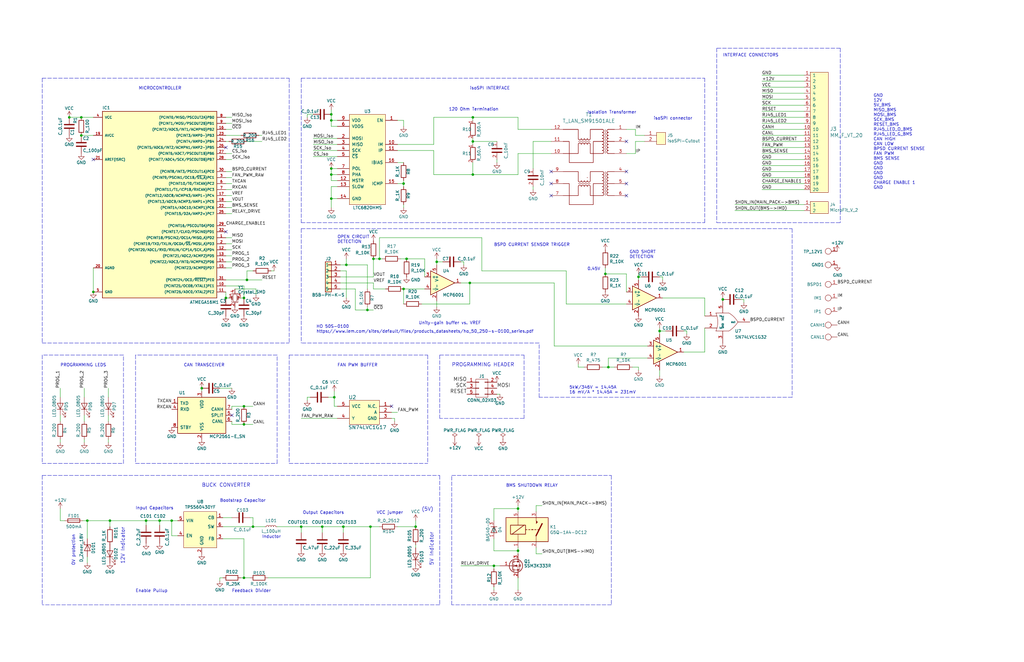
<source format=kicad_sch>
(kicad_sch (version 20211123) (generator eeschema)
  (paper "B")
  (title_block (title "BMS Core") (rev "Rev 1.1") (company "Olin Electric Motorsports"))
  (junction (at 34.29 49.53))
  (junction (at 72.39 219.71))
  (junction (at 154.94 130.81))
  (junction (at 170.18 77.47))
  (junction (at 127 222.25))
  (junction (at 139.7 83.82))
  (junction (at 139.7 71.12))
  (junction (at 157.48 109.22))
  (junction (at 29.21 49.53))
  (junction (at 139.7 48.26))
  (junction (at 67.31 219.71))
  (junction (at 146.05 111.76))
  (junction (at 61.595 219.71))
  (junction (at 102.87 125.73))
  (junction (at 269.24 116.84))
  (junction (at 218.44 214.63))
  (junction (at 102.87 179.07))
  (junction (at 34.29 57.15))
  (junction (at 255.27 115.57))
  (junction (at 304.8 126.365))
  (junction (at 144.78 222.25))
  (junction (at 104.14 118.11))
  (junction (at 160.02 109.22))
  (junction (at 278.13 139.7))
  (junction (at 218.44 232.41))
  (junction (at 208.28 238.76))
  (junction (at 140.97 167.64))
  (junction (at 95.25 125.73))
  (junction (at 199.39 73.66))
  (junction (at 85.09 163.83))
  (junction (at 106.68 222.25))
  (junction (at 156.21 222.25))
  (junction (at 170.18 121.92))
  (junction (at 102.87 243.84))
  (junction (at 139.7 73.66))
  (junction (at 175.26 222.25))
  (junction (at 198.12 119.38))
  (junction (at 139.7 50.8))
  (junction (at 102.87 171.45))
  (junction (at 184.15 110.49))
  (junction (at 46.355 219.71))
  (junction (at 199.39 49.53))
  (junction (at 171.45 109.22))
  (junction (at 135.89 222.25))
  (junction (at 39.37 123.19))
  (junction (at 199.39 59.69))
  (junction (at 36.83 219.71))
  (junction (at 256.54 154.94))
  (no_connect (at 97.79 175.26))
  (no_connect (at 39.37 67.31))
  (no_connect (at 264.16 82.55))
  (no_connect (at 264.16 59.69))
  (no_connect (at 232.41 82.55))
  (no_connect (at 95.25 97.79))
  (no_connect (at 95.25 62.23))
  (no_connect (at 232.41 72.39))
  (no_connect (at 264.16 77.47))
  (no_connect (at 232.41 77.47))
  (no_connect (at 165.1 171.45))
  (no_connect (at 264.16 72.39))
  (wire (pts (xy 218.44 243.84) (xy 218.44 248.92)))
  (wire (pts (xy 170.18 77.47) (xy 170.18 76.2)))
  (wire (pts (xy 167.64 222.25) (xy 175.26 222.25)))
  (wire (pts (xy 36.83 219.71) (xy 46.355 219.71)))
  (wire (pts (xy 208.28 238.76) (xy 194.31 238.76)))
  (wire (pts (xy 157.48 109.22) (xy 157.48 116.84)))
  (wire (pts (xy 279.4 125.73) (xy 297.18 125.73)))
  (wire (pts (xy 25.4 219.71) (xy 25.4 214.63)))
  (wire (pts (xy 166.37 177.8) (xy 166.37 176.53)))
  (polyline (pts (xy 220.98 149.86) (xy 220.98 176.53)))
  (wire (pts (xy 339.09 64.77) (xy 321.31 64.77)))
  (polyline (pts (xy 257.81 200.66) (xy 257.81 255.27)))
  (polyline (pts (xy 57.15 195.58) (xy 116.84 195.58)))
  (polyline (pts (xy 52.07 149.86) (xy 17.78 149.86)))
  (wire (pts (xy 218.44 231.14) (xy 218.44 232.41)))
  (wire (pts (xy 199.39 59.69) (xy 199.39 60.96)))
  (wire (pts (xy 25.4 163.83) (xy 25.4 167.64)))
  (wire (pts (xy 339.09 57.15) (xy 321.31 57.15)))
  (wire (pts (xy 156.21 222.25) (xy 156.21 243.84)))
  (wire (pts (xy 97.79 49.53) (xy 95.25 49.53)))
  (wire (pts (xy 339.09 44.45) (xy 321.31 44.45)))
  (wire (pts (xy 254 154.94) (xy 256.54 154.94)))
  (wire (pts (xy 95.25 113.03) (xy 97.79 113.03)))
  (wire (pts (xy 154.94 111.76) (xy 146.05 111.76)))
  (wire (pts (xy 97.79 100.33) (xy 95.25 100.33)))
  (wire (pts (xy 132.08 66.04) (xy 142.24 66.04)))
  (wire (pts (xy 140.97 167.64) (xy 140.97 171.45)))
  (wire (pts (xy 232.41 59.69) (xy 224.79 59.69)))
  (wire (pts (xy 143.51 121.92) (xy 149.86 121.92)))
  (polyline (pts (xy 17.78 200.66) (xy 185.42 200.66)))
  (wire (pts (xy 182.88 63.5) (xy 167.64 63.5)))
  (wire (pts (xy 208.28 238.76) (xy 210.82 238.76)))
  (wire (pts (xy 339.09 52.07) (xy 321.31 52.07)))
  (wire (pts (xy 46.355 222.25) (xy 46.355 219.71)))
  (wire (pts (xy 157.48 119.38) (xy 143.51 119.38)))
  (wire (pts (xy 184.15 110.49) (xy 184.15 109.22)))
  (wire (pts (xy 157.48 121.92) (xy 157.48 119.38)))
  (wire (pts (xy 339.09 59.69) (xy 321.31 59.69)))
  (wire (pts (xy 256.54 151.13) (xy 256.54 154.94)))
  (polyline (pts (xy 185.42 255.27) (xy 17.78 255.27)))
  (wire (pts (xy 297.18 125.73) (xy 297.18 133.35)))
  (wire (pts (xy 97.79 80.01) (xy 95.25 80.01)))
  (wire (pts (xy 93.98 243.84) (xy 92.71 243.84)))
  (wire (pts (xy 93.98 222.25) (xy 106.68 222.25)))
  (wire (pts (xy 218.44 215.9) (xy 218.44 214.63)))
  (wire (pts (xy 142.24 63.5) (xy 132.08 63.5)))
  (wire (pts (xy 95.25 87.63) (xy 97.79 87.63)))
  (polyline (pts (xy 334.01 167.64) (xy 227.33 167.64)))
  (wire (pts (xy 199.39 73.66) (xy 182.88 73.66)))
  (wire (pts (xy 135.89 222.25) (xy 144.78 222.25)))
  (wire (pts (xy 170.18 68.58) (xy 167.64 68.58)))
  (wire (pts (xy 142.24 73.66) (xy 139.7 73.66)))
  (polyline (pts (xy 121.92 195.58) (xy 180.34 195.58)))
  (wire (pts (xy 35.56 175.26) (xy 35.56 177.8)))
  (wire (pts (xy 269.24 116.84) (xy 269.24 118.11)))
  (wire (pts (xy 135.89 222.25) (xy 135.89 224.79)))
  (wire (pts (xy 149.86 130.81) (xy 154.94 130.81)))
  (wire (pts (xy 97.79 72.39) (xy 95.25 72.39)))
  (wire (pts (xy 269.24 154.94) (xy 266.7 154.94)))
  (wire (pts (xy 36.83 219.71) (xy 36.83 227.33)))
  (wire (pts (xy 269.24 156.21) (xy 269.24 154.94)))
  (wire (pts (xy 93.98 227.33) (xy 102.87 227.33)))
  (wire (pts (xy 102.87 120.65) (xy 102.87 125.73)))
  (wire (pts (xy 139.7 76.2) (xy 139.7 73.66)))
  (wire (pts (xy 170.18 78.74) (xy 170.18 77.47)))
  (wire (pts (xy 96.52 59.69) (xy 95.25 59.69)))
  (wire (pts (xy 156.21 222.25) (xy 160.02 222.25)))
  (wire (pts (xy 238.76 114.3) (xy 238.76 128.27)))
  (wire (pts (xy 139.7 83.82) (xy 139.7 87.63)))
  (wire (pts (xy 233.68 119.38) (xy 233.68 146.05)))
  (wire (pts (xy 97.79 85.09) (xy 95.25 85.09)))
  (wire (pts (xy 168.91 109.22) (xy 171.45 109.22)))
  (wire (pts (xy 167.64 60.96) (xy 182.88 60.96)))
  (polyline (pts (xy 190.5 200.66) (xy 257.81 200.66)))
  (wire (pts (xy 129.54 167.64) (xy 129.54 168.91)))
  (polyline (pts (xy 190.5 255.27) (xy 190.5 200.66)))
  (wire (pts (xy 289.56 140.97) (xy 289.56 139.7)))
  (wire (pts (xy 226.06 231.14) (xy 226.06 233.68)))
  (wire (pts (xy 67.31 221.615) (xy 67.31 219.71)))
  (polyline (pts (xy 127 33.02) (xy 127 93.98)))
  (polyline (pts (xy 127 93.98) (xy 297.18 93.98)))
  (wire (pts (xy 154.94 121.92) (xy 154.94 111.76)))
  (wire (pts (xy 264.16 115.57) (xy 264.16 123.19)))
  (wire (pts (xy 209.55 67.31) (xy 209.55 68.58)))
  (wire (pts (xy 273.05 151.13) (xy 256.54 151.13)))
  (polyline (pts (xy 257.81 255.27) (xy 190.5 255.27)))
  (wire (pts (xy 218.44 54.61) (xy 232.41 54.61)))
  (wire (pts (xy 218.44 214.63) (xy 208.28 214.63)))
  (wire (pts (xy 109.22 57.15) (xy 110.49 57.15)))
  (wire (pts (xy 113.03 243.84) (xy 156.21 243.84)))
  (wire (pts (xy 97.79 179.07) (xy 102.87 179.07)))
  (polyline (pts (xy 121.92 149.86) (xy 180.34 149.86)))
  (wire (pts (xy 127 222.25) (xy 127 224.79)))
  (wire (pts (xy 95.25 125.73) (xy 96.52 125.73)))
  (wire (pts (xy 243.84 154.94) (xy 246.38 154.94)))
  (wire (pts (xy 199.39 49.53) (xy 199.39 50.8)))
  (wire (pts (xy 170.18 53.34) (xy 170.18 50.8)))
  (wire (pts (xy 312.42 126.365) (xy 313.69 126.365)))
  (wire (pts (xy 218.44 214.63) (xy 218.44 213.36)))
  (wire (pts (xy 142.24 53.34) (xy 139.7 53.34)))
  (polyline (pts (xy 121.92 33.02) (xy 121.92 144.78)))
  (wire (pts (xy 104.14 114.3) (xy 104.14 118.11)))
  (wire (pts (xy 267.97 64.77) (xy 264.16 64.77)))
  (polyline (pts (xy 17.78 195.58) (xy 52.07 195.58)))
  (wire (pts (xy 72.39 226.06) (xy 72.39 219.71)))
  (wire (pts (xy 339.09 67.31) (xy 321.31 67.31)))
  (wire (pts (xy 132.08 48.26) (xy 129.54 48.26)))
  (wire (pts (xy 280.67 139.7) (xy 278.13 139.7)))
  (wire (pts (xy 160.02 109.22) (xy 160.02 100.33)))
  (wire (pts (xy 218.44 73.66) (xy 218.44 64.77)))
  (wire (pts (xy 36.83 219.71) (xy 34.925 219.71)))
  (wire (pts (xy 161.29 109.22) (xy 160.02 109.22)))
  (wire (pts (xy 203.2 114.3) (xy 238.76 114.3)))
  (wire (pts (xy 25.4 219.71) (xy 27.305 219.71)))
  (wire (pts (xy 142.24 50.8) (xy 139.7 50.8)))
  (wire (pts (xy 208.28 247.65) (xy 208.28 248.92)))
  (wire (pts (xy 226.06 213.36) (xy 228.6 213.36)))
  (wire (pts (xy 208.28 214.63) (xy 208.28 219.71)))
  (wire (pts (xy 271.78 57.15) (xy 267.97 57.15)))
  (polyline (pts (xy 302.26 93.98) (xy 354.33 93.98)))
  (wire (pts (xy 218.44 54.61) (xy 218.44 49.53)))
  (polyline (pts (xy 17.78 33.02) (xy 121.92 33.02)))
  (wire (pts (xy 149.86 121.92) (xy 149.86 130.81)))
  (wire (pts (xy 97.79 67.31) (xy 95.25 67.31)))
  (wire (pts (xy 289.56 139.7) (xy 288.29 139.7)))
  (wire (pts (xy 182.88 49.53) (xy 199.39 49.53)))
  (wire (pts (xy 255.27 115.57) (xy 264.16 115.57)))
  (wire (pts (xy 255.27 113.03) (xy 255.27 115.57)))
  (polyline (pts (xy 127 33.02) (xy 297.18 33.02)))
  (wire (pts (xy 143.51 114.3) (xy 146.05 114.3)))
  (wire (pts (xy 339.09 62.23) (xy 321.31 62.23)))
  (wire (pts (xy 105.41 243.84) (xy 102.87 243.84)))
  (wire (pts (xy 184.15 127) (xy 184.15 129.54)))
  (wire (pts (xy 102.87 179.07) (xy 106.68 179.07)))
  (wire (pts (xy 95.25 52.07) (xy 97.79 52.07)))
  (wire (pts (xy 267.97 57.15) (xy 267.97 54.61)))
  (wire (pts (xy 198.12 119.38) (xy 233.68 119.38)))
  (wire (pts (xy 304.8 125.73) (xy 304.8 126.365)))
  (polyline (pts (xy 334.01 96.52) (xy 334.01 167.64)))
  (wire (pts (xy 36.83 234.95) (xy 36.83 237.49)))
  (wire (pts (xy 142.24 76.2) (xy 139.7 76.2)))
  (wire (pts (xy 157.48 121.92) (xy 162.56 121.92)))
  (wire (pts (xy 45.72 175.26) (xy 45.72 177.8)))
  (wire (pts (xy 97.79 77.47) (xy 95.25 77.47)))
  (wire (pts (xy 97.79 171.45) (xy 97.79 172.72)))
  (wire (pts (xy 115.57 114.3) (xy 114.3 114.3)))
  (wire (pts (xy 226.06 233.68) (xy 228.6 233.68)))
  (wire (pts (xy 170.18 121.92) (xy 179.07 121.92)))
  (wire (pts (xy 154.94 129.54) (xy 154.94 130.81)))
  (wire (pts (xy 171.45 109.22) (xy 179.07 109.22)))
  (wire (pts (xy 339.09 69.85) (xy 321.31 69.85)))
  (wire (pts (xy 184.15 111.76) (xy 184.15 110.49)))
  (wire (pts (xy 139.7 53.34) (xy 139.7 50.8)))
  (wire (pts (xy 140.97 167.64) (xy 138.43 167.64)))
  (wire (pts (xy 35.56 163.83) (xy 35.56 167.64)))
  (wire (pts (xy 203.2 100.33) (xy 203.2 114.3)))
  (wire (pts (xy 160.02 109.22) (xy 157.48 109.22)))
  (wire (pts (xy 139.7 73.66) (xy 139.7 71.12)))
  (wire (pts (xy 140.97 165.1) (xy 140.97 167.64)))
  (polyline (pts (xy 17.78 33.02) (xy 17.78 144.78)))
  (polyline (pts (xy 17.78 200.66) (xy 17.78 255.27)))
  (wire (pts (xy 170.18 50.8) (xy 167.64 50.8)))
  (wire (pts (xy 278.13 139.7) (xy 278.13 138.43)))
  (wire (pts (xy 97.79 105.41) (xy 95.25 105.41)))
  (wire (pts (xy 142.24 60.96) (xy 132.08 60.96)))
  (wire (pts (xy 270.51 116.84) (xy 269.24 116.84)))
  (wire (pts (xy 339.09 77.47) (xy 321.31 77.47)))
  (wire (pts (xy 313.69 126.365) (xy 313.69 127.635)))
  (polyline (pts (xy 127 96.52) (xy 334.01 96.52)))
  (wire (pts (xy 144.78 222.25) (xy 156.21 222.25)))
  (wire (pts (xy 46.355 219.71) (xy 61.595 219.71)))
  (polyline (pts (xy 185.42 200.66) (xy 185.42 255.27)))
  (wire (pts (xy 297.18 148.59) (xy 297.18 138.43)))
  (wire (pts (xy 199.39 59.69) (xy 209.55 59.69)))
  (wire (pts (xy 224.79 78.74) (xy 224.79 80.01)))
  (wire (pts (xy 116.84 222.25) (xy 127 222.25)))
  (wire (pts (xy 95.25 120.65) (xy 102.87 120.65)))
  (polyline (pts (xy 57.15 149.86) (xy 57.15 195.58)))
  (polyline (pts (xy 17.78 144.78) (xy 121.92 144.78)))
  (wire (pts (xy 99.06 121.92) (xy 107.95 121.92)))
  (polyline (pts (xy 220.98 176.53) (xy 185.42 176.53)))
  (wire (pts (xy 194.31 119.38) (xy 198.12 119.38)))
  (wire (pts (xy 198.12 128.27) (xy 198.12 119.38)))
  (polyline (pts (xy 185.42 149.86) (xy 220.98 149.86)))
  (polyline (pts (xy 180.34 149.86) (xy 180.34 195.58)))
  (wire (pts (xy 142.24 71.12) (xy 139.7 71.12)))
  (wire (pts (xy 142.24 78.74) (xy 139.7 78.74)))
  (wire (pts (xy 93.98 218.44) (xy 97.79 218.44)))
  (wire (pts (xy 339.09 36.83) (xy 321.31 36.83)))
  (polyline (pts (xy 116.84 149.86) (xy 57.15 149.86)))
  (wire (pts (xy 165.1 173.99) (xy 167.64 173.99)))
  (wire (pts (xy 34.29 49.53) (xy 39.37 49.53)))
  (wire (pts (xy 339.09 74.93) (xy 321.31 74.93)))
  (polyline (pts (xy 116.84 195.58) (xy 116.84 149.86)))
  (wire (pts (xy 139.7 50.8) (xy 139.7 48.26)))
  (wire (pts (xy 102.87 243.84) (xy 102.87 227.33)))
  (wire (pts (xy 146.05 111.76) (xy 146.05 109.22)))
  (wire (pts (xy 107.95 121.92) (xy 107.95 124.46)))
  (wire (pts (xy 102.87 125.73) (xy 101.6 125.73)))
  (wire (pts (xy 278.13 140.97) (xy 278.13 139.7)))
  (wire (pts (xy 179.07 109.22) (xy 179.07 116.84)))
  (wire (pts (xy 182.88 73.66) (xy 182.88 63.5)))
  (polyline (pts (xy 127 96.52) (xy 127 144.78)))
  (wire (pts (xy 170.18 121.92) (xy 170.18 128.27)))
  (wire (pts (xy 130.81 167.64) (xy 129.54 167.64)))
  (wire (pts (xy 278.13 156.21) (xy 278.13 158.75)))
  (wire (pts (xy 199.39 73.66) (xy 218.44 73.66)))
  (wire (pts (xy 339.09 39.37) (xy 321.31 39.37)))
  (wire (pts (xy 195.58 110.49) (xy 194.31 110.49)))
  (wire (pts (xy 102.87 171.45) (xy 106.68 171.45)))
  (wire (pts (xy 106.68 222.25) (xy 111.76 222.25)))
  (wire (pts (xy 339.09 72.39) (xy 321.31 72.39)))
  (wire (pts (xy 95.25 57.15) (xy 101.6 57.15)))
  (wire (pts (xy 25.4 185.42) (xy 25.4 186.69)))
  (wire (pts (xy 85.09 163.83) (xy 85.09 165.1)))
  (wire (pts (xy 127 176.53) (xy 142.24 176.53)))
  (wire (pts (xy 29.21 49.53) (xy 34.29 49.53)))
  (wire (pts (xy 142.24 83.82) (xy 139.7 83.82)))
  (wire (pts (xy 186.69 110.49) (xy 184.15 110.49)))
  (wire (pts (xy 218.44 232.41) (xy 218.44 233.68)))
  (wire (pts (xy 106.68 114.3) (xy 104.14 114.3)))
  (wire (pts (xy 238.76 128.27) (xy 264.16 128.27)))
  (wire (pts (xy 102.87 243.84) (xy 101.6 243.84)))
  (wire (pts (xy 339.09 41.91) (xy 321.31 41.91)))
  (wire (pts (xy 195.58 111.76) (xy 195.58 110.49)))
  (wire (pts (xy 92.71 163.83) (xy 97.79 163.83)))
  (wire (pts (xy 309.88 86.36) (xy 339.09 86.36)))
  (wire (pts (xy 39.37 113.03) (xy 39.37 123.19)))
  (polyline (pts (xy 302.26 20.32) (xy 302.26 93.98)))
  (wire (pts (xy 170.18 77.47) (xy 167.64 77.47)))
  (wire (pts (xy 110.49 59.69) (xy 104.14 59.69)))
  (wire (pts (xy 208.28 238.76) (xy 208.28 240.03)))
  (wire (pts (xy 95.25 107.95) (xy 97.79 107.95)))
  (wire (pts (xy 139.7 78.74) (xy 139.7 83.82)))
  (wire (pts (xy 160.02 100.33) (xy 203.2 100.33)))
  (wire (pts (xy 95.25 90.17) (xy 97.79 90.17)))
  (wire (pts (xy 177.8 128.27) (xy 198.12 128.27)))
  (wire (pts (xy 166.37 176.53) (xy 165.1 176.53)))
  (wire (pts (xy 209.55 166.37) (xy 210.82 166.37)))
  (wire (pts (xy 269.24 115.57) (xy 269.24 116.84)))
  (wire (pts (xy 97.79 102.87) (xy 95.25 102.87)))
  (wire (pts (xy 256.54 154.94) (xy 259.08 154.94)))
  (wire (pts (xy 267.97 59.69) (xy 267.97 64.77)))
  (wire (pts (xy 339.09 80.01) (xy 321.31 80.01)))
  (wire (pts (xy 25.4 175.26) (xy 25.4 177.8)))
  (wire (pts (xy 339.09 54.61) (xy 321.31 54.61)))
  (wire (pts (xy 95.25 74.93) (xy 97.79 74.93)))
  (wire (pts (xy 199.39 58.42) (xy 199.39 59.69)))
  (wire (pts (xy 72.39 219.71) (xy 74.93 219.71)))
  (wire (pts (xy 182.88 60.96) (xy 182.88 49.53)))
  (wire (pts (xy 95.25 118.11) (xy 104.14 118.11)))
  (wire (pts (xy 45.72 163.83) (xy 45.72 167.64)))
  (wire (pts (xy 218.44 49.53) (xy 199.39 49.53)))
  (wire (pts (xy 39.37 57.15) (xy 34.29 57.15)))
  (wire (pts (xy 218.44 64.77) (xy 232.41 64.77)))
  (wire (pts (xy 278.13 116.84) (xy 279.4 116.84)))
  (polyline (pts (xy 185.42 149.86) (xy 185.42 176.53)))
  (wire (pts (xy 95.25 123.19) (xy 95.25 125.73)))
  (wire (pts (xy 339.09 46.99) (xy 321.31 46.99)))
  (wire (pts (xy 243.84 153.67) (xy 243.84 154.94)))
  (wire (pts (xy 175.26 222.25) (xy 175.26 219.71)))
  (wire (pts (xy 144.78 222.25) (xy 144.78 224.79)))
  (wire (pts (xy 72.39 226.06) (xy 74.93 226.06)))
  (wire (pts (xy 106.68 218.44) (xy 105.41 218.44)))
  (wire (pts (xy 233.68 146.05) (xy 273.05 146.05)))
  (wire (pts (xy 140.97 171.45) (xy 142.24 171.45)))
  (wire (pts (xy 61.595 219.71) (xy 67.31 219.71)))
  (wire (pts (xy 143.51 116.84) (xy 157.48 116.84)))
  (wire (pts (xy 92.71 245.11) (xy 92.71 243.84)))
  (wire (pts (xy 139.7 46.355) (xy 139.7 48.26)))
  (wire (pts (xy 61.595 219.71) (xy 61.595 221.615)))
  (wire (pts (xy 97.79 82.55) (xy 95.25 82.55)))
  (wire (pts (xy 224.79 59.69) (xy 224.79 71.12)))
  (wire (pts (xy 339.09 49.53) (xy 321.31 49.53)))
  (wire (pts (xy 288.29 148.59) (xy 297.18 148.59)))
  (wire (pts (xy 321.31 31.75) (xy 339.09 31.75)))
  (wire (pts (xy 339.09 34.29) (xy 321.31 34.29)))
  (wire (pts (xy 97.79 179.07) (xy 97.79 177.8)))
  (wire (pts (xy 97.79 171.45) (xy 102.87 171.45)))
  (wire (pts (xy 146.05 114.3) (xy 146.05 125.73)))
  (polyline (pts (xy 354.33 20.32) (xy 302.26 20.32)))
  (wire (pts (xy 97.79 54.61) (xy 95.25 54.61)))
  (wire (pts (xy 339.09 88.9) (xy 309.88 88.9)))
  (wire (pts (xy 279.4 116.84) (xy 279.4 118.11)))
  (wire (pts (xy 35.56 185.42) (xy 35.56 186.69)))
  (polyline (pts (xy 17.78 149.86) (xy 17.78 195.58)))
  (wire (pts (xy 304.8 126.365) (xy 304.8 127)))
  (polyline (pts (xy 297.18 93.98) (xy 297.18 33.02)))
  (wire (pts (xy 199.39 68.58) (xy 199.39 73.66)))
  (wire (pts (xy 271.78 59.69) (xy 267.97 59.69)))
  (wire (pts (xy 267.97 54.61) (xy 264.16 54.61)))
  (wire (pts (xy 106.68 218.44) (xy 106.68 222.25)))
  (wire (pts (xy 154.94 130.81) (xy 157.48 130.81)))
  (wire (pts (xy 208.28 227.33) (xy 208.28 232.41)))
  (wire (pts (xy 95.25 110.49) (xy 97.79 110.49)))
  (wire (pts (xy 208.28 232.41) (xy 218.44 232.41)))
  (polyline (pts (xy 354.33 20.32) (xy 354.33 93.98)))
  (wire (pts (xy 175.26 229.87) (xy 175.26 231.14)))
  (wire (pts (xy 226.06 215.9) (xy 226.06 213.36)))
  (wire (pts (xy 97.79 64.77) (xy 95.25 64.77)))
  (polyline (pts (xy 227.33 167.64) (xy 227.33 144.78)))
  (wire (pts (xy 143.51 111.76) (xy 146.05 111.76)))
  (polyline (pts (xy 227.33 144.78) (xy 127 144.78)))
  (wire (pts (xy 127 222.25) (xy 135.89 222.25)))
  (wire (pts (xy 45.72 185.42) (xy 45.72 186.69)))
  (wire (pts (xy 67.31 219.71) (xy 72.39 219.71)))
  (wire (pts (xy 104.14 118.11) (xy 110.49 118.11)))
  (wire (pts (xy 129.54 48.26) (xy 129.54 49.53)))
  (polyline (pts (xy 52.07 195.58) (xy 52.07 149.86)))
  (polyline (pts (xy 121.92 149.86) (xy 121.92 195.58)))
  (wire (pts (xy 142.24 58.42) (xy 132.08 58.42)))
  (wire (pts (xy 170.18 86.36) (xy 170.18 87.63)))
  (text "HO 50S-0100\nhttps://www.lem.com/sites/default/files/products_datasheets/ho_50_250-s-0100_series.pdf" (at 133.35 140.716 0) (effects (font (size 1.27 1.27)) (justify left bottom)))
  (text "VCC jumper" (at 158.75 217.17 0) (effects (font (size 1.27 1.27)) (justify left bottom)))
  (text "FAN PWM BUFFER" (at 142.24 154.94 0) (effects (font (size 1.27 1.27)) (justify left bottom)))
  (text "GND SHORT\nDETECTION" (at 265.43 109.22 0) (effects (font (size 1.27 1.27)) (justify left bottom)))
  (text "CAN TRANSCEIVER" (at 77.47 154.94 0) (effects (font (size 1.27 1.27)) (justify left bottom)))
  (text "Enable Pullup" (at 57.15 250.19 0) (effects (font (size 1.27 1.27)) (justify left bottom)))
  (text "Isolation Transformer" (at 247.65 48.26 0) (effects (font (size 1.27 1.27)) (justify left bottom)))
  (text "120 Ohm Termination" (at 189.23 46.99 0) (effects (font (size 1.27 1.27)) (justify left bottom)))
  (text "Unity-gain buffer vs. VREF" (at 176.53 137.16 0) (effects (font (size 1.27 1.27)) (justify left bottom)))
  (text "Feedback Divider" (at 97.79 250.19 0) (effects (font (size 1.27 1.27)) (justify left bottom)))
  (text "BSPD CURRENT SENSOR TRIGGER" (at 208.28 104.14 0) (effects (font (size 1.27 1.27)) (justify left bottom)))
  (text "OPEN CIRCUIT\nDETECTION" (at 142.24 102.87 0) (effects (font (size 1.27 1.27)) (justify left bottom)))
  (text "BUCK CONVERTER" (at 85.09 205.74 0) (effects (font (size 1.524 1.524)) (justify left bottom)))
  (text "PROGRAMMING HEADER" (at 190.5 154.94 0) (effects (font (size 1.524 1.524)) (justify left bottom)))
  (text "MICROCONTROLLER" (at 58.42 38.1 0) (effects (font (size 1.27 1.27)) (justify left bottom)))
  (text "isoSPI INTERFACE" (at 198.12 38.1 0) (effects (font (size 1.27 1.27)) (justify left bottom)))
  (text "12V Indicator" (at 52.705 238.125 90) (effects (font (size 1.524 1.524)) (justify left bottom)))
  (text "BMS SHUTDOWN RELAY" (at 213.36 205.74 0) (effects (font (size 1.27 1.27)) (justify left bottom)))
  (text "5kW/346V = 14.45A\n16 mV/A * 14.45A = 231mV\n" (at 240.03 166.37 0) (effects (font (size 1.27 1.27)) (justify left bottom)))
  (text "Inductor" (at 110.49 227.33 0) (effects (font (size 1.27 1.27)) (justify left bottom)))
  (text "5V Indicator" (at 182.88 238.76 90) (effects (font (size 1.524 1.524)) (justify left bottom)))
  (text "0.45V" (at 247.65 114.3 0) (effects (font (size 1.27 1.27)) (justify left bottom)))
  (text "isoSPI connector" (at 275.59 50.8 0) (effects (font (size 1.27 1.27)) (justify left bottom)))
  (text "INTERFACE CONNECTORS\n" (at 304.8 24.13 0) (effects (font (size 1.27 1.27)) (justify left bottom)))
  (text "(5V)" (at 177.8 215.9 0) (effects (font (size 1.524 1.524)) (justify left bottom)))
  (text "GND\n12V\n5V_BMS\nMISO_BMS\nMOSI_BMS\nSCK_BMS\nRESET_BMS\nRJ45_LED_O_BMS\nRJ45_LED_G_BMS\nCAN HIGH\nCAN LOW\nBPSD CURRENT SENSE\nFAN PWM\nBMS SENSE\nGND\nGND\nGND\nGND\nCHARGE ENABLE 1\nGND" (at 368.3 80.01 0) (effects (font (size 1.27 1.27)) (justify left bottom)))
  (text "PROGRAMMING LEDS" (at 25.4 154.94 0) (effects (font (size 1.27 1.27)) (justify left bottom)))
  (text "Input Capacitors" (at 57.15 215.265 0) (effects (font (size 1.27 1.27)) (justify left bottom)))
  (text "Bootstrap Capacitor\n" (at 92.71 212.09 0) (effects (font (size 1.27 1.27)) (justify left bottom)))
  (text "OV protection" (at 31.75 238.76 90) (effects (font (size 1.27 1.27)) (justify left bottom)))
  (text "Output Capacitors" (at 127.635 217.17 0) (effects (font (size 1.27 1.27)) (justify left bottom)))
  (label "~{OCD}" (at 157.48 130.81 0))
  (label "SCK" (at 97.79 105.41 0))
  (label "VREF" (at 97.79 82.55 0))
  (label "SCK" (at 196.85 163.83 180) (effects (font (size 1.524 1.524))))
  (label "CANH" (at 353.06 137.16 0))
  (label "MISO" (at 321.31 39.37 0))
  (label "RELAY_DRIVE" (at 97.79 90.17 0))
  (label "FAN_PWM_RAW" (at 127 176.53 0))
  (label "CHARGE_ENABLE1" (at 95.25 95.25 0))
  (label "~{OCD}" (at 97.79 54.61 0))
  (label "GND" (at 321.31 31.75 0))
  (label "RJ45_LED1" (at 110.49 57.15 0))
  (label "CANH" (at 106.68 171.45 0))
  (label "SCK_iso" (at 97.79 67.31 0))
  (label "PROG_3" (at 45.72 163.83 90))
  (label "RXCAN" (at 97.79 80.01 0))
  (label "RJ45_LED1" (at 321.31 49.53 0))
  (label "MISO" (at 97.79 100.33 0))
  (label "BMS_SENSE" (at 97.79 87.63 0))
  (label "GND" (at 321.31 80.01 0))
  (label "SCK_iso" (at 132.08 63.5 0))
  (label "FAN_PWM_RAW" (at 97.79 74.93 0))
  (label "RESET" (at 321.31 46.99 0))
  (label "FAN_PWM" (at 321.31 62.23 0))
  (label "SCK" (at 321.31 44.45 0))
  (label "IM" (at 353.06 125.73 0))
  (label "RJ45_LED2" (at 321.31 52.07 0))
  (label "RESET" (at 196.85 166.37 180) (effects (font (size 1.524 1.524))))
  (label "IP" (at 267.97 64.77 0))
  (label "IM" (at 267.97 54.61 0))
  (label "MISO" (at 196.85 161.29 180) (effects (font (size 1.524 1.524))))
  (label "PROG_3" (at 97.79 113.03 0))
  (label "BSPD_CURRENT" (at 321.31 59.69 0))
  (label "CANL" (at 106.68 179.07 0))
  (label "IP" (at 353.06 131.445 0))
  (label "MOSI_iso" (at 132.08 58.42 0))
  (label "PROG_1" (at 25.4 163.83 90))
  (label "BSPD_CURRENT" (at 353.06 120.015 0))
  (label "SHDN_OUT(BMS->IMD)" (at 228.6 233.68 0))
  (label "BSPD_CURRENT" (at 97.79 72.39 0))
  (label "PROG_1" (at 97.79 107.95 0))
  (label "FAN_PWM" (at 167.64 173.99 0))
  (label "CHARGE_ENABLE1" (at 321.31 77.47 0))
  (label "GND" (at 321.31 67.31 0))
  (label "MISO_iso" (at 97.79 49.53 0))
  (label "VREF" (at 157.48 119.38 0))
  (label "MOSI" (at 321.31 41.91 0))
  (label "BMS_SENSE" (at 321.31 64.77 0))
  (label "BSPD_CURRENT" (at 316.23 135.89 0))
  (label "RXCAN" (at 72.39 172.72 180))
  (label "CS_iso" (at 97.79 64.77 0))
  (label "VOUT" (at 157.48 116.84 0))
  (label "GND" (at 321.31 72.39 0))
  (label "MOSI" (at 209.55 163.83 0) (effects (font (size 1.524 1.524))))
  (label "CS_iso" (at 132.08 66.04 0))
  (label "MISO_iso" (at 132.08 60.96 0))
  (label "SHDN_OUT(BMS->IMD)" (at 309.88 88.9 0))
  (label "MOSI_iso" (at 97.79 52.07 0))
  (label "MOSI" (at 97.79 102.87 0))
  (label "SHDN_IN(MAIN_PACK->BMS)" (at 309.88 86.36 0))
  (label "GND" (at 321.31 74.93 0))
  (label "VOUT" (at 97.79 85.09 0))
  (label "PROG_2" (at 97.79 110.49 0))
  (label "PROG_2" (at 35.56 163.83 90))
  (label "SHDN_IN(MAIN_PACK->BMS)" (at 228.6 213.36 0))
  (label "TXCAN" (at 97.79 77.47 0))
  (label "CANL" (at 353.06 142.24 0))
  (label "RELAY_DRIVE" (at 194.31 238.76 0))
  (label "VCC" (at 321.31 36.83 0))
  (label "CANH" (at 321.31 54.61 0))
  (label "TXCAN" (at 72.39 170.18 180))
  (label "GND" (at 321.31 69.85 0))
  (label "RESET" (at 110.49 118.11 0))
  (label "RJ45_LED2" (at 110.49 59.69 0))
  (label "+12V" (at 321.31 34.29 0))
  (label "CANL" (at 321.31 57.15 0))
  (symbol (lib_id "formula:R_100") (at 34.29 53.34 0) (unit 1)
    (property "Reference" "R1" (at 31.75 50.8 90))
    (property "Value" "R_100" (at 36.83 53.34 90))
    (property "Footprint" "footprints:R_0805_OEM" (effects hide))
    (property "Datasheet" "https://www.seielect.com/Catalog/SEI-rncp.pdf" (effects hide))
    (property "MFN" "Digi-Key" (effects hide))
    (property "MPN" "RNCP0805FTD100RCT-ND" (effects hide))
    (property "Package" "Value" (effects hide))
    (property "PurchasingLink" "https://www.digikey.com/products/en?keywords=RNCP0805FTD100RCT-ND" (effects hide))
  )
  (symbol (lib_id "formula:C_0.1uF") (at 29.21 53.34 0) (unit 1)
    (property "Reference" "C1" (at 30.48 57.15 90) (effects (justify left)))
    (property "Value" "C_0.1uF" (at 25.4 57.15 90) (effects (justify left)))
    (property "Footprint" "footprints:C_0805_OEM" (effects hide))
    (property "Datasheet" "http://datasheets.avx.com/X7RDielectric.pdf" (effects hide))
    (property "MPN" "478-3352-1-ND" (effects hide))
    (property "MFN" "Digi-Key" (effects hide))
    (property "Package" "Value" (effects hide))
    (property "PurchasingLink" "https://www.digikey.com/products/en?keywords=478-3352-1-ND" (effects hide))
  )
  (symbol (lib_id "formula:C_100pF") (at 34.29 60.96 0) (unit 1)
    (property "Reference" "C2" (at 34.925 58.42 0) (effects (justify left)))
    (property "Value" "C_100pF" (at 34.925 63.5 0) (effects (justify left)))
    (property "Footprint" "footprints:C_0805_OEM" (effects hide))
    (property "Datasheet" "https://content.kemet.com/datasheets/KEM_C1003_C0G_SMD.pdf" (effects hide))
    (property "MPN" "399-1122-1-ND" (effects hide))
    (property "MFN" "Digi-Key" (effects hide))
    (property "Package" "Value" (effects hide))
    (property "PurchasingLink" "https://www.digikey.com/product-detail/en/kemet/C0805C101J5GACTU/399-1122-1-ND/411397" (effects hide))
  )
  (symbol (lib_id "formula:C_30pF") (at 102.87 129.54 0) (unit 1)
    (property "Reference" "C4" (at 103.505 127 0) (effects (justify left)))
    (property "Value" "C_30pF" (at 103.505 132.08 0) (effects (justify left)))
    (property "Footprint" "footprints:C_0805_OEM" (effects hide))
    (property "Datasheet" "https://media.digikey.com/pdf/Data%20Sheets/Samsung%20PDFs/CL_Series_MLCC_ds.pdf" (effects hide))
    (property "MPN" "1276-1130-1-ND" (effects hide))
    (property "MFN" "Digi-Key" (effects hide))
    (property "Package" "Value" (effects hide))
    (property "PurchasingLink" "https://www.digikey.com/product-detail/en/samsung-electro-mechanics-america-inc/CL21C300JBANNNC/1276-1130-1-ND/3889216" (effects hide))
  )
  (symbol (lib_id "formula:C_30pF") (at 95.25 129.54 0) (unit 1)
    (property "Reference" "C3" (at 92.71 127 0) (effects (justify left)))
    (property "Value" "C_30pF" (at 87.63 132.08 0) (effects (justify left)))
    (property "Footprint" "footprints:C_0805_OEM" (effects hide))
    (property "Datasheet" "https://media.digikey.com/pdf/Data%20Sheets/Samsung%20PDFs/CL_Series_MLCC_ds.pdf" (effects hide))
    (property "MPN" "1276-1130-1-ND" (effects hide))
    (property "MFN" "Digi-Key" (effects hide))
    (property "Package" "Value" (effects hide))
    (property "PurchasingLink" "https://www.digikey.com/product-detail/en/samsung-electro-mechanics-america-inc/CL21C300JBANNNC/1276-1130-1-ND/3889216" (effects hide))
  )
  (symbol (lib_id "power:GND") (at 39.37 123.19 0) (unit 1)
    (property "Reference" "#PWR?" (effects hide))
    (property "Value" "GND" (at 39.37 127 0))
  )
  (symbol (lib_id "power:GND") (at 34.29 64.77 0) (unit 1)
    (property "Reference" "#PWR?" (effects hide))
    (property "Value" "GND" (at 34.29 68.58 0))
  )
  (symbol (lib_id "power:GND") (at 29.21 57.15 0) (unit 1)
    (property "Reference" "#PWR?" (effects hide))
    (property "Value" "GND" (at 29.21 60.96 0))
  )
  (symbol (lib_id "power:VCC") (at 29.21 49.53 0) (unit 1)
    (property "Reference" "#PWR?" (effects hide))
    (property "Value" "VCC" (at 29.21 45.72 0))
  )
  (symbol (lib_id "power:GND") (at 99.06 129.54 0) (unit 1)
    (property "Reference" "#PWR?" (effects hide))
    (property "Value" "GND" (at 99.06 133.35 0))
  )
  (symbol (lib_id "power:GND") (at 95.25 133.35 0) (unit 1)
    (property "Reference" "#PWR?" (effects hide))
    (property "Value" "GND" (at 95.25 137.16 0))
  )
  (symbol (lib_id "power:GND") (at 102.87 133.35 0) (unit 1)
    (property "Reference" "#PWR?" (effects hide))
    (property "Value" "GND" (at 102.87 137.16 0))
  )
  (symbol (lib_id "power:GND") (at 107.95 124.46 0) (unit 1)
    (property "Reference" "#PWR?" (effects hide))
    (property "Value" "GND" (at 107.95 128.27 0))
  )
  (symbol (lib_id "power:VCC") (at 115.57 114.3 0) (unit 1)
    (property "Reference" "#PWR?" (effects hide))
    (property "Value" "VCC" (at 115.57 110.49 0))
  )
  (symbol (lib_id "formula:ATMEGA16M1") (at 67.31 92.71 0) (unit 1)
    (property "Reference" "IC1" (at 43.18 46.228 0) (effects (justify left bottom)))
    (property "Value" "ATMEGA16M1" (at 80.01 128.27 0) (effects (justify left bottom)))
    (property "Footprint" "footprints:TQFP-32_7x7mm_Pitch0.8mm" (effects hide))
    (property "Datasheet" "http://www.atmel.com/Images/Atmel-8209-8-bit%20AVR%20ATmega16M1-32M1-64M1_Datasheet.pdf" (effects hide))
    (property "MPN" "ATMEGA16M1-AU-ND" (effects hide))
    (property "MFN" "Digi-Key" (effects hide))
    (property "Package" "Value" (effects hide))
    (property "PurchasingLink" "https://www.digikey.com/product-detail/en/atmel/ATMEGA16M1-AU/ATMEGA16M1-AU-ND/2271208" (effects hide))
  )
  (symbol (lib_id "formula:Crystal_SMD") (at 99.06 125.73 0) (unit 1)
    (property "Reference" "Y1" (at 100.33 121.285 0) (effects (justify left)))
    (property "Value" "Crystal_SMD" (at 100.33 123.19 0) (effects (justify left)))
    (property "Footprint" "footprints:Crystal_SMD_FA238" (effects hide))
    (property "Datasheet" "https://support.epson.biz/td/api/doc_check.php?dl=brief_FA-238V_en.pdf" (effects hide))
    (property "MFN" "Digi-Key" (effects hide))
    (property "MPN" "SER3686CT-ND" (effects hide))
    (property "Package" "Value" (effects hide))
    (property "PurchasingLink" "https://www.digikey.com/products/en?keywords=SER3686CT-ND" (effects hide))
  )
  (symbol (lib_id "formula:R_10K") (at 110.49 114.3 270) (unit 1)
    (property "Reference" "R2" (at 110.49 109.0422 90))
    (property "Value" "R_10K" (at 110.49 111.3536 90))
    (property "Footprint" "footprints:R_0805_OEM" (effects hide))
    (property "Datasheet" "http://www.bourns.com/data/global/pdfs/CRS.pdf" (effects hide))
    (property "MFN" "DK" (effects hide))
    (property "MPN" "CRS0805-FX-1002ELFCT-ND" (effects hide))
    (property "PurchasingLink" "https://www.digikey.com/products/en?keywords=CRS0805-FX-1002ELFCT-ND" (effects hide))
  )
  (symbol (lib_id "formula:C_0.1uF") (at 88.9 163.83 90) (unit 1)
    (property "Reference" "C5" (at 92.71 165.1 90) (effects (justify left)))
    (property "Value" "C_0.1uF" (at 97.79 162.56 90) (effects (justify left)))
    (property "Footprint" "footprints:C_0805_OEM" (effects hide))
    (property "Datasheet" "http://datasheets.avx.com/X7RDielectric.pdf" (effects hide))
    (property "MPN" "478-3352-1-ND" (effects hide))
    (property "MFN" "Digi-Key" (effects hide))
    (property "Package" "Value" (effects hide))
    (property "PurchasingLink" "https://www.digikey.com/products/en?keywords=478-3352-1-ND" (effects hide))
  )
  (symbol (lib_id "power:GND") (at 72.39 180.34 0) (unit 1)
    (property "Reference" "#PWR?" (effects hide))
    (property "Value" "GND" (at 72.39 184.15 0))
  )
  (symbol (lib_id "power:GND") (at 85.09 185.42 0) (unit 1)
    (property "Reference" "#PWR?" (effects hide))
    (property "Value" "GND" (at 85.09 189.23 0))
  )
  (symbol (lib_id "power:GND") (at 97.79 163.83 0) (unit 1)
    (property "Reference" "#PWR?" (effects hide))
    (property "Value" "GND" (at 97.79 167.64 0))
  )
  (symbol (lib_id "power:VCC") (at 85.09 163.83 0) (unit 1)
    (property "Reference" "#PWR?" (effects hide))
    (property "Value" "VCC" (at 85.09 160.02 0))
  )
  (symbol (lib_id "power:VCC") (at 209.55 161.29 0) (unit 1)
    (property "Reference" "#PWR?" (effects hide))
    (property "Value" "VCC" (at 209.55 157.48 0))
  )
  (symbol (lib_id "power:GND") (at 210.82 166.37 0) (unit 1)
    (property "Reference" "#PWR?" (effects hide))
    (property "Value" "GND" (at 210.82 170.18 0))
  )
  (symbol (lib_id "formula:CONN_02X03") (at 203.2 163.83 0) (unit 1)
    (property "Reference" "J1" (at 203.2 158.75 0))
    (property "Value" "CONN_02X03" (at 203.2 168.91 0))
    (property "Footprint" "footprints:Pin_Header_Straight_2x03" (effects hide))
    (property "Datasheet" "http://portal.fciconnect.com/Comergent//fci/drawing/67996.pdf" (effects hide))
    (property "MFN" "Digi-Key" (effects hide))
    (property "MPN" "609-3234-ND" (effects hide))
    (property "Package" "Value" (effects hide))
    (property "PurchasingLink" "https://www.digikey.com/product-detail/en/amphenol-fci/67997-206HLF/609-3234-ND/1878491" (effects hide))
  )
  (symbol (lib_id "formula:R_200") (at 102.87 175.26 0) (unit 1)
    (property "Reference" "R3" (at 104.902 175.26 90))
    (property "Value" "R_200" (at 100.33 175.26 90))
    (property "Footprint" "footprints:R_0805_OEM" (effects hide))
    (property "Datasheet" "https://www.seielect.com/Catalog/SEI-RMCF_RMCP.pdf" (effects hide))
    (property "MFN" "Digi-Key" (effects hide))
    (property "MPN" "RMCF0805JT200RCT-ND" (effects hide))
    (property "Package" "Value" (effects hide))
    (property "PurchasingLink" "https://www.digikey.com/products/en?keywords=RMCF0805JT200RCT-ND" (effects hide))
  )
  (symbol (lib_id "formula:MCP2561-E_SN") (at 85.09 175.26 0) (unit 1)
    (property "Reference" "U1" (at 76.835 165.735 0))
    (property "Value" "MCP2561-E_SN" (at 95.885 184.15 0))
    (property "Footprint" "footprints:SOIC-8_3.9x4.9mm_Pitch1.27mm_OEM" (effects hide))
    (property "Datasheet" "http://www.microchip.com/mymicrochip/filehandler.aspx?ddocname=en561044" (effects hide))
    (property "MFN" "DK" (effects hide))
    (property "MPN" "MCP2561-E/SN-ND" (effects hide))
    (property "PurchasingLink" "https://www.digikey.com/products/en?keywords=mcp2561-e%2Fsn" (effects hide))
  )
  (symbol (lib_id "power:PWR_FLAG") (at 191.77 185.42 0) (unit 1)
    (property "Reference" "#FLG?" (effects hide))
    (property "Value" "PWR_FLAG" (at 191.77 181.61 0))
  )
  (symbol (lib_id "power:PWR_FLAG") (at 201.93 185.42 0) (unit 1)
    (property "Reference" "#FLG?" (effects hide))
    (property "Value" "PWR_FLAG" (at 201.93 181.61 0))
  )
  (symbol (lib_id "power:PWR_FLAG") (at 212.09 185.42 0) (unit 1)
    (property "Reference" "#FLG?" (effects hide))
    (property "Value" "PWR_FLAG" (at 212.09 181.61 0))
  )
  (symbol (lib_id "power:+12V") (at 191.77 185.42 180) (unit 1)
    (property "Reference" "#PWR?" (effects hide))
    (property "Value" "+12V" (at 191.77 188.976 0))
  )
  (symbol (lib_id "power:GND") (at 212.09 185.42 0) (unit 1)
    (property "Reference" "#PWR?" (effects hide))
    (property "Value" "GND" (at 212.09 189.23 0))
  )
  (symbol (lib_id "power:VCC") (at 201.93 185.42 180) (unit 1)
    (property "Reference" "#PWR?" (effects hide))
    (property "Value" "VCC" (at 201.93 189.23 0))
  )
  (symbol (lib_id "formula:SN74LVC1G17") (at 138.43 170.18 0) (unit 1)
    (property "Reference" "U2" (at 148.59 167.64 0) (effects (font (size 1.524 1.524))))
    (property "Value" "SN74LVC1G17" (at 154.94 180.34 0) (effects (font (size 1.524 1.524))))
    (property "Footprint" "Package_TO_SOT_SMD:SOT-23-5" (effects hide))
    (property "Datasheet" "http://www.ti.com/lit/ds/symlink/sn74lvc1g17.pdf" (effects hide))
    (property "MFN" "DK" (effects hide))
    (property "MPN" "296-11933-1-ND" (effects hide))
    (property "PurchasingLink" "https://www.digikey.com/product-detail/en/texas-instruments/SN74LVC1G17DBVR/296-11933-1-ND/389050" (effects hide))
  )
  (symbol (lib_id "formula:LED_0805") (at 25.4 171.45 90) (unit 1)
    (property "Reference" "PD5" (at 27.94 171.45 0))
    (property "Value" "LED_0805" (at 22.86 171.45 0))
    (property "Footprint" "footprints:LED_0805_OEM" (effects hide))
    (property "Datasheet" "http://www.osram-os.com/Graphics/XPic9/00078860_0.pdf" (effects hide))
    (property "MFN" "DK" (effects hide))
    (property "MPN" "475-1410-1-ND" (effects hide))
    (property "PurchasingLink" "https://www.digikey.com/products/en?keywords=475-1410-1-ND" (effects hide))
  )
  (symbol (lib_id "formula:LED_0805") (at 35.56 171.45 90) (unit 1)
    (property "Reference" "PD6" (at 38.1 171.45 0))
    (property "Value" "LED_0805" (at 33.02 171.45 0))
    (property "Footprint" "footprints:LED_0805_OEM" (effects hide))
    (property "Datasheet" "http://www.osram-os.com/Graphics/XPic9/00078860_0.pdf" (effects hide))
    (property "MFN" "DK" (effects hide))
    (property "MPN" "475-1410-1-ND" (effects hide))
    (property "PurchasingLink" "https://www.digikey.com/products/en?keywords=475-1410-1-ND" (effects hide))
  )
  (symbol (lib_id "formula:LED_0805") (at 45.72 171.45 90) (unit 1)
    (property "Reference" "PD7" (at 48.26 171.45 0))
    (property "Value" "LED_0805" (at 43.18 171.45 0))
    (property "Footprint" "footprints:LED_0805_OEM" (effects hide))
    (property "Datasheet" "http://www.osram-os.com/Graphics/XPic9/00078860_0.pdf" (effects hide))
    (property "MFN" "DK" (effects hide))
    (property "MPN" "475-1410-1-ND" (effects hide))
    (property "PurchasingLink" "https://www.digikey.com/products/en?keywords=475-1410-1-ND" (effects hide))
  )
  (symbol (lib_id "formula:R_200") (at 25.4 181.61 0) (unit 1)
    (property "Reference" "R4" (at 27.432 181.61 90))
    (property "Value" "R_200" (at 22.86 181.61 90))
    (property "Footprint" "footprints:R_0805_OEM" (effects hide))
    (property "Datasheet" "https://www.seielect.com/Catalog/SEI-RMCF_RMCP.pdf" (effects hide))
    (property "MFN" "DK" (effects hide))
    (property "MPN" "RMCF0805JT200RCT-ND" (effects hide))
    (property "PurchasingLink" "https://www.digikey.com/products/en?keywords=RMCF0805JT200RCT-ND" (effects hide))
  )
  (symbol (lib_id "formula:R_200") (at 35.56 181.61 0) (unit 1)
    (property "Reference" "R5" (at 37.592 181.61 90))
    (property "Value" "R_200" (at 33.02 181.61 90))
    (property "Footprint" "footprints:R_0805_OEM" (effects hide))
    (property "Datasheet" "https://www.seielect.com/Catalog/SEI-RMCF_RMCP.pdf" (effects hide))
    (property "MFN" "DK" (effects hide))
    (property "MPN" "RMCF0805JT200RCT-ND" (effects hide))
    (property "PurchasingLink" "https://www.digikey.com/products/en?keywords=RMCF0805JT200RCT-ND" (effects hide))
  )
  (symbol (lib_id "formula:R_200") (at 45.72 181.61 0) (unit 1)
    (property "Reference" "R6" (at 47.752 181.61 90))
    (property "Value" "R_200" (at 43.18 181.61 90))
    (property "Footprint" "footprints:R_0805_OEM" (effects hide))
    (property "Datasheet" "https://www.seielect.com/Catalog/SEI-RMCF_RMCP.pdf" (effects hide))
    (property "MFN" "DK" (effects hide))
    (property "MPN" "RMCF0805JT200RCT-ND" (effects hide))
    (property "PurchasingLink" "https://www.digikey.com/products/en?keywords=RMCF0805JT200RCT-ND" (effects hide))
  )
  (symbol (lib_id "power:GND") (at 25.4 186.69 0) (unit 1)
    (property "Reference" "#PWR?" (effects hide))
    (property "Value" "GND" (at 25.4 190.5 0))
  )
  (symbol (lib_id "power:GND") (at 35.56 186.69 0) (unit 1)
    (property "Reference" "#PWR?" (effects hide))
    (property "Value" "GND" (at 35.56 190.5 0))
  )
  (symbol (lib_id "power:GND") (at 45.72 186.69 0) (unit 1)
    (property "Reference" "#PWR?" (effects hide))
    (property "Value" "GND" (at 45.72 190.5 0))
  )
  (symbol (lib_id "formula:R_200") (at 175.26 226.06 0) (unit 1)
    (property "Reference" "R105" (at 172.72 226.06 90))
    (property "Value" "R_200" (at 177.8 226.06 90))
    (property "Footprint" "footprints:R_0805_OEM" (effects hide))
    (property "Datasheet" "https://www.seielect.com/Catalog/SEI-RMCF_RMCP.pdf" (effects hide))
    (property "MFN" "Digi-Key" (effects hide))
    (property "MPN" "RMCF0805JT200RCT-ND" (effects hide))
    (property "Package" "Value" (effects hide))
    (property "PurchasingLink" "https://www.digikey.com/products/en?keywords=RMCF0805JT200RCT-ND" (effects hide))
  )
  (symbol (lib_id "formula:LED_0805") (at 46.355 233.68 90) (unit 1)
    (property "Reference" "D102" (at 48.895 233.68 0))
    (property "Value" "LED_0805" (at 43.815 233.68 0))
    (property "Footprint" "footprints:LED_0805_OEM" (effects hide))
    (property "Datasheet" "http://www.osram-os.com/Graphics/XPic9/00078860_0.pdf" (effects hide))
    (property "MPN" "475-1410-1-ND" (effects hide))
    (property "MFN" "Digi-Key" (effects hide))
    (property "Package" "Value" (effects hide))
    (property "PurchasingLink" "https://www.digikey.com/products/en?keywords=475-1410-1-ND" (effects hide))
  )
  (symbol (lib_id "formula:LED_0805") (at 175.26 234.95 90) (unit 1)
    (property "Reference" "D103" (at 177.8 234.95 0))
    (property "Value" "LED_0805" (at 172.72 234.95 0))
    (property "Footprint" "footprints:LED_0805_OEM" (effects hide))
    (property "Datasheet" "http://www.osram-os.com/Graphics/XPic9/00078860_0.pdf" (effects hide))
    (property "MPN" "475-1410-1-ND" (effects hide))
    (property "MFN" "Digi-Key" (effects hide))
    (property "Package" "Value" (effects hide))
    (property "PurchasingLink" "https://www.digikey.com/products/en?keywords=475-1410-1-ND" (effects hide))
  )
  (symbol (lib_id "formula:C_0.1uF") (at 101.6 218.44 270) (unit 1)
    (property "Reference" "C103" (at 99.695 215.265 90) (effects (justify left)))
    (property "Value" "C_0.1uF" (at 98.425 223.52 90) (effects (justify left)))
    (property "Footprint" "footprints:C_0805_OEM" (effects hide))
    (property "Datasheet" "http://datasheets.avx.com/X7RDielectric.pdf" (effects hide))
    (property "MPN" "478-3352-1-ND" (effects hide))
    (property "MFN" "Digi-Key" (effects hide))
    (property "Package" "Value" (effects hide))
    (property "PurchasingLink" "https://www.digikey.com/products/en?keywords=478-3352-1-ND" (effects hide))
  )
  (symbol (lib_id "formula:C_47uF") (at 127 228.6 0) (unit 1)
    (property "Reference" "COUT101" (at 121.285 220.345 0) (effects (justify left)))
    (property "Value" "C_47uF" (at 127.635 231.14 0) (effects (justify left)))
    (property "Footprint" "footprints:C_0805_OEM" (effects hide))
    (property "Datasheet" "http://www.yuden.co.jp/productdata/catalog/en/mlcc_all_e.pdf" (effects hide))
    (property "MPN" "587-4280-1-ND" (effects hide))
    (property "MFN" "Digi-Key" (effects hide))
    (property "Package" "Value" (effects hide))
    (property "PurchasingLink" "https://www.digikey.com/product-detail/en/taiyo-yuden/JMK212BBJ476MG-T/587-4280-1-ND/5344315" (effects hide))
  )
  (symbol (lib_id "power:+12V") (at 25.4 214.63 0) (unit 1)
    (property "Reference" "#PWR?" (effects hide))
    (property "Value" "+12V" (at 25.4 211.074 0))
  )
  (symbol (lib_id "power:GND") (at 46.355 237.49 0) (unit 1)
    (property "Reference" "#PWR?" (effects hide))
    (property "Value" "GND" (at 46.355 241.3 0))
  )
  (symbol (lib_id "power:GND") (at 67.31 229.235 0) (unit 1)
    (property "Reference" "#PWR?" (effects hide))
    (property "Value" "GND" (at 67.31 233.045 0))
  )
  (symbol (lib_id "power:GND") (at 85.09 233.68 0) (unit 1)
    (property "Reference" "#PWR?" (effects hide))
    (property "Value" "GND" (at 85.09 237.49 0))
  )
  (symbol (lib_id "power:GND") (at 92.71 245.11 0) (unit 1)
    (property "Reference" "#PWR?" (effects hide))
    (property "Value" "GND" (at 92.71 248.92 0))
  )
  (symbol (lib_id "power:GND") (at 127 232.41 0) (unit 1)
    (property "Reference" "#PWR?" (effects hide))
    (property "Value" "GND" (at 127 236.22 0))
  )
  (symbol (lib_id "power:GND") (at 175.26 238.76 0) (unit 1)
    (property "Reference" "#PWR?" (effects hide))
    (property "Value" "GND" (at 175.26 242.57 0))
  )
  (symbol (lib_id "formula:F_500mA_16V") (at 31.115 219.71 90) (unit 1)
    (property "Reference" "F101" (at 31.115 217.678 90))
    (property "Value" "500mA" (at 31.115 222.25 90))
    (property "Footprint" "footprints:Fuse_1210" (effects hide))
    (property "Datasheet" "https://belfuse.com/resources/CircuitProtection/datasheets/0ZCH%20Nov2016.pdf" (effects hide))
    (property "MFN" "Digi-Key" (effects hide))
    (property "MPN" "507-1786-1-ND" (effects hide))
    (property "Package" "Value" (effects hide))
    (property "PurchasingLink" "https://www.digikey.com/product-detail/en/bel-fuse-inc/0ZCH0050FF2G/507-1786-1-ND/4156209" (effects hide))
  )
  (symbol (lib_id "power:VCC") (at 175.26 219.71 0) (unit 1)
    (property "Reference" "#PWR?" (effects hide))
    (property "Value" "VCC" (at 175.26 215.9 0))
  )
  (symbol (lib_id "formula:D_Zener_18V") (at 36.83 231.14 270) (unit 1)
    (property "Reference" "D101" (at 39.37 231.14 0))
    (property "Value" "D_Zener_18V" (at 34.29 231.14 0))
    (property "Footprint" "footprints:DO-214AA" (effects hide))
    (property "Datasheet" "http://www.mccsemi.com/up_pdf/SMBJ5338B-SMBJ5388B(SMB).pdf" (effects hide))
    (property "MPN" "SMBJ5355B-TPMSCT-ND" (effects hide))
    (property "MFN" "Digi-Key" (effects hide))
    (property "Package" "DO-214AA (SMB)" (effects hide))
    (property "PurchasingLink" "https://www.digikey.com/products/en?keywords=SMBJ5355B-TPMSCT-ND" (effects hide))
  )
  (symbol (lib_id "power:GND") (at 36.83 237.49 0) (unit 1)
    (property "Reference" "#PWR?" (effects hide))
    (property "Value" "GND" (at 36.83 241.3 0))
  )
  (symbol (lib_id "power:GND") (at 135.89 232.41 0) (unit 1)
    (property "Reference" "#PWR?" (effects hide))
    (property "Value" "GND" (at 135.89 236.22 0))
  )
  (symbol (lib_id "power:GND") (at 144.78 232.41 0) (unit 1)
    (property "Reference" "#PWR?" (effects hide))
    (property "Value" "GND" (at 144.78 236.22 0))
  )
  (symbol (lib_id "formula:R_10K") (at 97.79 243.84 270) (unit 1)
    (property "Reference" "R102" (at 95.25 241.3 90) (effects (justify left)))
    (property "Value" "R_25K" (at 95.25 246.38 90) (effects (justify left)))
    (property "Footprint" "footprints:R_0805_OEM" (effects hide))
    (property "Datasheet" "http://www.bourns.com/data/global/pdfs/CRS.pdf" (effects hide))
    (property "MFN" "DK" (effects hide))
    (property "MPN" "CRS0805-FX-1002ELFCT-ND" (effects hide))
    (property "PurchasingLink" "https://www.digikey.com/products/en?keywords=CRS0805-FX-1002ELFCT-ND" (effects hide))
  )
  (symbol (lib_id "formula:R_1K") (at 46.355 226.06 0) (unit 1)
    (property "Reference" "R101" (at 48.895 227.33 90) (effects (justify left)))
    (property "Value" "R_1K" (at 43.815 228.6 90) (effects (justify left)))
    (property "Footprint" "footprints:R_0805_OEM" (effects hide))
    (property "Datasheet" "https://www.seielect.com/Catalog/SEI-rncp.pdf" (effects hide))
    (property "MFN" "DK" (effects hide))
    (property "MPN" "RNCP0805FTD1K00CT-ND" (effects hide))
    (property "PurchasingLink" "https://www.digikey.com/products/en?keywords=RNCP0805FTD1K00CT-ND" (effects hide))
  )
  (symbol (lib_id "power:VCC") (at 140.97 165.1 0) (unit 1)
    (property "Reference" "#PWR?" (effects hide))
    (property "Value" "VCC" (at 140.97 161.29 0))
  )
  (symbol (lib_id "formula:R_0_2512") (at 163.83 222.25 270) (unit 1)
    (property "Reference" "R104" (at 163.83 224.282 90))
    (property "Value" "R_0_2512" (at 163.83 219.71 90))
    (property "Footprint" "footprints:R_2512_OEM" (effects hide))
    (property "Datasheet" "http://www.te.com/commerce/DocumentDelivery/DDEController?Action=srchrtrv&DocNm=9-1773463-7&DocType=DS&DocLang=English" (effects hide))
    (property "MFN" "DK" (effects hide))
    (property "MPN" "A121322CT-ND" (effects hide))
    (property "PurchasingLink" "https://www.digikey.com/products/en?keywords=A121322CT-ND" (effects hide))
  )
  (symbol (lib_id "power:GND") (at 166.37 177.8 0) (unit 1)
    (property "Reference" "#PWR?" (effects hide))
    (property "Value" "GND" (at 166.37 181.61 0))
  )
  (symbol (lib_id "power:GND") (at 129.54 168.91 0) (unit 1)
    (property "Reference" "#PWR?" (effects hide))
    (property "Value" "GND" (at 129.54 172.72 0))
  )
  (symbol (lib_id "formula:MCP6001") (at 186.69 119.38 0) (unit 1)
    (property "Reference" "U4" (at 186.69 114.3 0) (effects (justify left)))
    (property "Value" "MCP6001" (at 186.69 124.46 0) (effects (justify left)))
    (property "Footprint" "footprints:SOT-23-5_OEM" (effects hide))
    (property "Datasheet" "http://ww1.microchip.com/downloads/en/DeviceDoc/21733j.pdf" (effects hide))
    (property "MFN" "DK" (effects hide))
    (property "MPN" "MCP6001T-I/OTCT-ND" (effects hide))
    (property "PurchasingLink" "https://www.digikey.com/product-detail/en/microchip-technology/MCP6001T-I-OT/MCP6001T-I-OTCT-ND/697158" (effects hide))
  )
  (symbol (lib_id "formula:B5B-PH-K-S") (at 138.43 118.11 0) (mirror y) (unit 1)
    (property "Reference" "J2" (at 138.43 109.22 0))
    (property "Value" "B5B-PH-K-S" (at 138.43 124.46 0))
    (property "Footprint" "footprints:B5B-PH-K-S" (effects hide))
    (property "Datasheet" "http://www.jst-mfg.com/product/pdf/eng/ePH.pdf" (effects hide))
    (property "MFN" "DK" (effects hide))
    (property "MPN" "455-1707-ND" (effects hide))
    (property "PurchasingLink" "https://www.digikey.com/product-detail/en/jst-sales-america-inc/B5B-PH-K-S-LF-SN/455-1707-ND/926614" (effects hide))
  )
  (symbol (lib_id "power:GND") (at 184.15 129.54 0) (unit 1)
    (property "Reference" "#PWR?" (effects hide))
    (property "Value" "GND" (at 184.15 133.35 0))
  )
  (symbol (lib_id "power:VCC") (at 184.15 109.22 0) (unit 1)
    (property "Reference" "#PWR?" (effects hide))
    (property "Value" "VCC" (at 184.15 105.41 0))
  )
  (symbol (lib_id "formula:R_60.4") (at 199.39 54.61 0) (unit 1)
    (property "Reference" "R10" (at 196.85 54.61 0))
    (property "Value" "R_60.4" (at 201.93 54.61 90))
    (property "Footprint" "footprints:R_0805_OEM" (effects hide))
    (property "Datasheet" "https://industrial.panasonic.com/cdbs/www-data/pdf/RDM0000/AOA0000C307.pdf" (effects hide))
    (property "MFN" "DK" (effects hide))
    (property "MPN" "P60.4DACT-ND" (effects hide))
    (property "PurchasingLink" "https://www.digikey.com/product-detail/en/panasonic-electronic-components/ERA-6AEB60R4V/P60.4DACT-ND/3075204" (effects hide))
  )
  (symbol (lib_id "formula:R_60.4") (at 199.39 64.77 0) (unit 1)
    (property "Reference" "R11" (at 196.85 64.77 0))
    (property "Value" "R_60.4" (at 201.93 64.77 90))
    (property "Footprint" "footprints:R_0805_OEM" (effects hide))
    (property "Datasheet" "https://industrial.panasonic.com/cdbs/www-data/pdf/RDM0000/AOA0000C307.pdf" (effects hide))
    (property "MFN" "DK" (effects hide))
    (property "MPN" "P60.4DACT-ND" (effects hide))
    (property "PurchasingLink" "https://www.digikey.com/product-detail/en/panasonic-electronic-components/ERA-6AEB60R4V/P60.4DACT-ND/3075204" (effects hide))
  )
  (symbol (lib_id "power:VCC") (at 146.05 109.22 0) (unit 1)
    (property "Reference" "#PWR?" (effects hide))
    (property "Value" "VCC" (at 146.05 105.41 0))
  )
  (symbol (lib_id "formula:R_54.9K") (at 109.22 243.84 90) (unit 1)
    (property "Reference" "R103" (at 109.22 241.808 90))
    (property "Value" "R_100K" (at 109.22 246.38 90))
    (property "Footprint" "footprints:R_0805_OEM" (effects hide))
    (property "Datasheet" "https://industrial.panasonic.com/cdbs/www-data/pdf/RDA0000/AOA0000C304.pdf" (effects hide))
    (property "MFN" "DK" (effects hide))
    (property "MPN" "311-54.9KCRCT-ND" (effects hide))
    (property "PurchasingLink" "https://www.digikey.com/product-detail/en/yageo/RC0805FR-0754K9L/311-54.9KCRCT-ND/730976" (effects hide))
  )
  (symbol (lib_id "power:GND") (at 224.79 80.01 0) (unit 1)
    (property "Reference" "#PWR?" (effects hide))
    (property "Value" "GND" (at 224.79 83.82 0))
  )
  (symbol (lib_id "formula:C_0.1uF") (at 190.5 110.49 90) (unit 1)
    (property "Reference" "C7" (at 189.23 109.22 90) (effects (justify left)))
    (property "Value" "C_0.1uF" (at 200.66 109.22 90) (effects (justify left)))
    (property "Footprint" "footprints:C_0805_OEM" (effects hide))
    (property "Datasheet" "http://datasheets.avx.com/X7RDielectric.pdf" (effects hide))
    (property "MFN" "DK" (effects hide))
    (property "MPN" "478-3352-1-ND" (effects hide))
    (property "PurchasingLink" "https://www.digikey.com/products/en?keywords=478-3352-1-ND" (effects hide))
  )
  (symbol (lib_id "power:GND") (at 195.58 111.76 0) (unit 1)
    (property "Reference" "#PWR?" (effects hide))
    (property "Value" "GND" (at 195.58 115.57 0))
  )
  (symbol (lib_id "power:GND") (at 146.05 125.73 0) (unit 1)
    (property "Reference" "#PWR?" (effects hide))
    (property "Value" "GND" (at 146.05 129.54 0))
  )
  (symbol (lib_id "power:GND") (at 209.55 68.58 0) (unit 1)
    (property "Reference" "#PWR?" (effects hide))
    (property "Value" "GND" (at 209.55 72.39 0))
  )
  (symbol (lib_id "power:GND") (at 139.7 87.63 0) (unit 1)
    (property "Reference" "#PWR?" (effects hide))
    (property "Value" "GND" (at 139.7 91.44 0))
  )
  (symbol (lib_id "power:VCC") (at 139.7 71.12 0) (unit 1)
    (property "Reference" "#PWR?" (effects hide))
    (property "Value" "VCC" (at 139.7 67.31 0))
  )
  (symbol (lib_id "formula:R_10K") (at 154.94 125.73 0) (unit 1)
    (property "Reference" "R7" (at 156.972 125.73 90))
    (property "Value" "R_10K" (at 152.4 125.73 90))
    (property "Footprint" "footprints:R_0805_OEM" (effects hide))
    (property "Datasheet" "http://www.bourns.com/data/global/pdfs/CRS.pdf" (effects hide))
    (property "MFN" "DK" (effects hide))
    (property "MPN" "CRS0805-FX-1002ELFCT-ND" (effects hide))
    (property "PurchasingLink" "https://www.digikey.com/products/en?keywords=CRS0805-FX-1002ELFCT-ND" (effects hide))
  )
  (symbol (lib_id "power:VCC") (at 139.7 46.355 0) (unit 1)
    (property "Reference" "#PWR?" (effects hide))
    (property "Value" "VCC" (at 139.7 42.545 0))
  )
  (symbol (lib_id "power:GND") (at 170.18 53.34 0) (unit 1)
    (property "Reference" "#PWR?" (effects hide))
    (property "Value" "GND" (at 170.18 57.15 0))
  )
  (symbol (lib_id "formula:R_3.01K") (at 170.18 72.39 0) (unit 1)
    (property "Reference" "R8" (at 172.212 72.39 90))
    (property "Value" "R_1K" (at 167.64 72.39 90))
    (property "Footprint" "footprints:R_0805_OEM" (effects hide))
    (property "Datasheet" "http://www.yageo.com.tw/exep/pages/download/literatures/PYu-R_INT-thick_7.pdf" (effects hide))
    (property "MFN" "DK" (effects hide))
    (property "MPN" "311-3.01KCRCT-ND" (effects hide))
    (property "PurchasingLink" "https://www.digikey.com/products/en?keywords=311-3.01KCRCT-ND" (effects hide))
  )
  (symbol (lib_id "formula:R_1K") (at 170.18 82.55 0) (unit 1)
    (property "Reference" "R9" (at 172.212 82.55 90))
    (property "Value" "R_1K" (at 167.64 82.55 90))
    (property "Footprint" "footprints:R_0805_OEM" (effects hide))
    (property "Datasheet" "https://www.seielect.com/Catalog/SEI-rncp.pdf" (effects hide))
    (property "MFN" "DK" (effects hide))
    (property "MPN" "RNCP0805FTD1K00CT-ND" (effects hide))
    (property "PurchasingLink" "https://www.digikey.com/products/en?keywords=RNCP0805FTD1K00CT-ND" (effects hide))
  )
  (symbol (lib_id "power:GND") (at 170.18 87.63 0) (unit 1)
    (property "Reference" "#PWR?" (effects hide))
    (property "Value" "GND" (at 170.18 91.44 0))
  )
  (symbol (lib_id "formula:LTC6820HMS") (at 154.94 66.04 0) (unit 1)
    (property "Reference" "U3" (at 154.94 46.99 0))
    (property "Value" "LTC6820HMS" (at 154.94 87.63 0))
    (property "Footprint" "Package_SO:MSOP-16_3x4mm_P0.5mm" (effects hide))
    (property "Datasheet" "https://www.analog.com/media/en/technical-documentation/data-sheets/6820fb.pdf" (effects hide))
    (property "MFN" "DK" (effects hide))
    (property "MPN" "LTC6820HMS#TRPBFCT-ND" (effects hide))
    (property "PurchasingLink" "https://www.digikey.com/product-detail/en/linear-technology-analog-devices/LTC6820HMS-TRPBF/LTC6820HMS-TRPBFCT-ND/8275338" (effects hide))
  )
  (symbol (lib_id "formula:C_0.1uF") (at 134.62 167.64 90) (unit 1)
    (property "Reference" "C6" (at 138.4554 161.2392 90) (effects (justify left)))
    (property "Value" "C_0.1uF" (at 138.4554 163.5506 90) (effects (justify left)))
    (property "Footprint" "footprints:C_0805_OEM" (effects hide))
    (property "Datasheet" "http://datasheets.avx.com/X7RDielectric.pdf" (effects hide))
    (property "MFN" "DK" (effects hide))
    (property "MPN" "478-3352-1-ND" (effects hide))
    (property "PurchasingLink" "https://www.digikey.com/products/en?keywords=478-3352-1-ND" (effects hide))
  )
  (symbol (lib_id "formula:MCP6001") (at 280.67 148.59 0) (unit 1)
    (property "Reference" "U5" (at 280.67 143.51 0) (effects (justify left)))
    (property "Value" "MCP6001" (at 280.67 153.67 0) (effects (justify left)))
    (property "Footprint" "footprints:SOT-23-5_OEM" (effects hide))
    (property "Datasheet" "http://ww1.microchip.com/downloads/en/DeviceDoc/21733j.pdf" (effects hide))
    (property "MFN" "DK" (effects hide))
    (property "MPN" "MCP6001T-I/OTCT-ND" (effects hide))
    (property "PurchasingLink" "https://www.digikey.com/product-detail/en/microchip-technology/MCP6001T-I-OT/MCP6001T-I-OTCT-ND/697158" (effects hide))
  )
  (symbol (lib_id "power:GND") (at 278.13 158.75 0) (unit 1)
    (property "Reference" "#PWR?" (effects hide))
    (property "Value" "GND" (at 278.13 162.56 0))
  )
  (symbol (lib_id "power:VCC") (at 278.13 138.43 0) (unit 1)
    (property "Reference" "#PWR?" (effects hide))
    (property "Value" "VCC" (at 278.13 134.62 0))
  )
  (symbol (lib_id "formula:C_0.1uF") (at 284.48 139.7 90) (unit 1)
    (property "Reference" "C10" (at 283.21 138.43 90) (effects (justify left)))
    (property "Value" "C_0.1uF" (at 294.64 138.43 90) (effects (justify left)))
    (property "Footprint" "footprints:C_0805_OEM" (effects hide))
    (property "Datasheet" "http://datasheets.avx.com/X7RDielectric.pdf" (effects hide))
    (property "MFN" "DK" (effects hide))
    (property "MPN" "478-3352-1-ND" (effects hide))
    (property "PurchasingLink" "https://www.digikey.com/products/en?keywords=478-3352-1-ND" (effects hide))
  )
  (symbol (lib_id "power:GND") (at 289.56 140.97 0) (unit 1)
    (property "Reference" "#PWR?" (effects hide))
    (property "Value" "GND" (at 289.56 144.78 0))
  )
  (symbol (lib_id "power:VCC") (at 243.84 153.67 0) (unit 1)
    (property "Reference" "#PWR?" (effects hide))
    (property "Value" "VCC" (at 243.84 149.86 0))
  )
  (symbol (lib_id "formula:C_10nF") (at 209.55 63.5 0) (unit 1)
    (property "Reference" "C8" (at 207.01 60.96 0))
    (property "Value" "C_10nF" (at 213.36 63.5 90))
    (property "Footprint" "footprints:C_0805_OEM" (effects hide))
    (property "Datasheet" "http://www.samsungsem.com/kr/support/product-search/mlcc/__icsFiles/afieldfile/2018/07/23/CL21B103KBANNNC.pdf" (effects hide))
    (property "MFN" "DK" (effects hide))
    (property "MPN" "1276-1015-1-ND" (effects hide))
    (property "PurchasingLink" "https://www.digikey.com/product-detail/en/samsung-electro-mechanics/CL21B103KBANNNC/1276-1015-1-ND/3889101" (effects hide))
  )
  (symbol (lib_id "formula:C_10nF") (at 224.79 74.93 0) (unit 1)
    (property "Reference" "C9" (at 222.25 72.39 0))
    (property "Value" "C_10nF" (at 228.6 74.93 90))
    (property "Footprint" "footprints:C_0805_OEM" (effects hide))
    (property "Datasheet" "http://www.samsungsem.com/kr/support/product-search/mlcc/__icsFiles/afieldfile/2018/07/23/CL21B103KBANNNC.pdf" (effects hide))
    (property "MFN" "DK" (effects hide))
    (property "MPN" "1276-1015-1-ND" (effects hide))
    (property "PurchasingLink" "https://www.digikey.com/product-detail/en/samsung-electro-mechanics/CL21B103KBANNNC/1276-1015-1-ND/3889101" (effects hide))
  )
  (symbol (lib_id "formula:BAS40-00") (at 208.28 223.52 270) (unit 1)
    (property "Reference" "D4" (at 210.82 223.52 0))
    (property "Value" "BAS40-00" (at 205.74 223.52 0))
    (property "Footprint" "Package_TO_SOT_SMD:SOT-23" (effects hide))
    (property "Datasheet" "https://assets.nexperia.com/documents/data-sheet/BAS40_1PSXXSB4X_SER.pdf" (effects hide))
    (property "MFN" "DK" (effects hide))
    (property "MPN" "1727-4234-1-ND" (effects hide))
    (property "PurchasingLink" "https://www.digikey.com/product-detail/en/nexperia-usa-inc/BAS40215/1727-4234-1-ND/2122190" (effects hide))
  )
  (symbol (lib_id "power:GND") (at 269.24 156.21 0) (unit 1)
    (property "Reference" "#PWR?" (effects hide))
    (property "Value" "GND" (at 269.24 160.02 0))
  )
  (symbol (lib_id "formula:SSM3K333R") (at 215.9 238.76 0) (unit 1)
    (property "Reference" "Q1" (at 220.98 236.855 0) (effects (justify left)))
    (property "Value" "SSM3K333R" (at 220.98 238.76 0) (effects (justify left)))
    (property "Footprint" "footprints:SOT-23F" (effects hide))
    (property "Datasheet" "https://drive.google.com/drive/folders/0B-V-iZf33Y4GNzhDQTJZanJRbVk" (effects hide))
    (property "MFN" "DK" (effects hide))
    (property "MPN" "SSM3K333RLFCT-ND" (effects hide))
    (property "PurchasingLink" "https://www.digikey.com/product-detail/en/toshiba-semiconductor-and-storage/SSM3K333RLF/SSM3K333RLFCT-ND/3522391" (effects hide))
  )
  (symbol (lib_id "formula:R_10K") (at 208.28 243.84 180) (unit 1)
    (property "Reference" "R12" (at 206.248 243.84 90))
    (property "Value" "R_10K" (at 210.82 243.84 90))
    (property "Footprint" "footprints:R_0805_OEM" (effects hide))
    (property "Datasheet" "http://www.bourns.com/data/global/pdfs/CRS.pdf" (effects hide))
    (property "MFN" "DK" (effects hide))
    (property "MPN" "CRS0805-FX-1002ELFCT-ND" (effects hide))
    (property "PurchasingLink" "https://www.digikey.com/products/en?keywords=CRS0805-FX-1002ELFCT-ND" (effects hide))
  )
  (symbol (lib_id "power:GND") (at 208.28 248.92 0) (unit 1)
    (property "Reference" "#PWR?" (effects hide))
    (property "Value" "GND" (at 208.28 252.73 0))
  )
  (symbol (lib_id "power:GND") (at 218.44 248.92 0) (unit 1)
    (property "Reference" "#PWR?" (effects hide))
    (property "Value" "GND" (at 218.44 252.73 0))
  )
  (symbol (lib_id "formula:R_200") (at 105.41 57.15 270) (unit 1)
    (property "Reference" "R16" (at 105.41 59.182 90))
    (property "Value" "R_200" (at 105.41 57.15 90))
    (property "Footprint" "footprints:R_0805_OEM" (effects hide))
    (property "Datasheet" "https://www.seielect.com/Catalog/SEI-RMCF_RMCP.pdf" (effects hide))
    (property "MFN" "DK" (effects hide))
    (property "MPN" "RMCF0805JT200RCT-ND" (effects hide))
    (property "PurchasingLink" "https://www.digikey.com/products/en?keywords=RMCF0805JT200RCT-ND" (effects hide))
  )
  (symbol (lib_id "formula:R_200") (at 100.33 59.69 270) (unit 1)
    (property "Reference" "R15" (at 100.33 61.722 90))
    (property "Value" "R_200" (at 100.33 59.69 90))
    (property "Footprint" "footprints:R_0805_OEM" (effects hide))
    (property "Datasheet" "https://www.seielect.com/Catalog/SEI-RMCF_RMCP.pdf" (effects hide))
    (property "MFN" "DK" (effects hide))
    (property "MPN" "RMCF0805JT200RCT-ND" (effects hide))
    (property "PurchasingLink" "https://www.digikey.com/products/en?keywords=RMCF0805JT200RCT-ND" (effects hide))
  )
  (symbol (lib_id "power:+12V") (at 218.44 213.36 0) (unit 1)
    (property "Reference" "#PWR?" (effects hide))
    (property "Value" "+12V" (at 218.44 209.804 0))
  )
  (symbol (lib_id "formula:R_10K") (at 171.45 113.03 180) (unit 1)
    (property "Reference" "R19" (at 173.228 111.8616 0) (effects (justify right)))
    (property "Value" "R_10K" (at 173.228 114.173 0) (effects (justify right)))
    (property "Footprint" "footprints:R_0805_OEM" (effects hide))
    (property "Datasheet" "http://www.bourns.com/data/global/pdfs/CRS.pdf" (effects hide))
    (property "MFN" "DK" (effects hide))
    (property "MPN" "CRS0805-FX-1002ELFCT-ND" (effects hide))
    (property "PurchasingLink" "https://www.digikey.com/products/en?keywords=CRS0805-FX-1002ELFCT-ND" (effects hide))
  )
  (symbol (lib_id "formula:R_10K") (at 165.1 109.22 90) (unit 1)
    (property "Reference" "R17" (at 165.1 103.9622 90))
    (property "Value" "R_10K" (at 165.1 106.2736 90))
    (property "Footprint" "footprints:R_0805_OEM" (effects hide))
    (property "Datasheet" "http://www.bourns.com/data/global/pdfs/CRS.pdf" (effects hide))
    (property "MFN" "DK" (effects hide))
    (property "MPN" "CRS0805-FX-1002ELFCT-ND" (effects hide))
    (property "PurchasingLink" "https://www.digikey.com/products/en?keywords=CRS0805-FX-1002ELFCT-ND" (effects hide))
  )
  (symbol (lib_id "formula:R_10K") (at 166.37 121.92 90) (unit 1)
    (property "Reference" "R18" (at 166.37 116.6622 90))
    (property "Value" "R_10K" (at 166.37 118.9736 90))
    (property "Footprint" "footprints:R_0805_OEM" (effects hide))
    (property "Datasheet" "http://www.bourns.com/data/global/pdfs/CRS.pdf" (effects hide))
    (property "MFN" "DK" (effects hide))
    (property "MPN" "CRS0805-FX-1002ELFCT-ND" (effects hide))
    (property "PurchasingLink" "https://www.digikey.com/products/en?keywords=CRS0805-FX-1002ELFCT-ND" (effects hide))
  )
  (symbol (lib_id "formula:R_10K") (at 173.99 128.27 90) (unit 1)
    (property "Reference" "R20" (at 173.99 123.0122 90))
    (property "Value" "R_10K" (at 173.99 125.3236 90))
    (property "Footprint" "footprints:R_0805_OEM" (effects hide))
    (property "Datasheet" "http://www.bourns.com/data/global/pdfs/CRS.pdf" (effects hide))
    (property "MFN" "DK" (effects hide))
    (property "MPN" "CRS0805-FX-1002ELFCT-ND" (effects hide))
    (property "PurchasingLink" "https://www.digikey.com/products/en?keywords=CRS0805-FX-1002ELFCT-ND" (effects hide))
  )
  (symbol (lib_id "formula:MicroFit_V_2") (at 345.44 87.63 0) (mirror y) (unit 1)
    (property "Reference" "J4" (at 349.9358 86.3346 0) (effects (justify right)))
    (property "Value" "MicroFit_V_2" (at 349.9358 88.646 0) (effects (justify right)))
    (property "Footprint" "footprints:MicroFit_V_2" (effects hide))
    (property "Datasheet" "https://www.molex.com/pdm_docs/sd/430450225_sd.pdf" (effects hide))
    (property "DK" "MFN" (effects hide))
    (property "MPN" "WM10660-ND" (effects hide))
    (property "PurchasingLink" "https://www.digikey.com/product-detail/en/molex/0430450225/WM10660-ND/3310180" (effects hide))
  )
  (symbol (lib_id "power:GND") (at 171.45 116.84 0) (unit 1)
    (property "Reference" "#PWR?" (effects hide))
    (property "Value" "GND" (at 175.26 118.11 0))
  )
  (symbol (lib_id "formula:R_10K") (at 157.48 105.41 180) (unit 1)
    (property "Reference" "R13" (at 152.4 104.14 0) (effects (justify right)))
    (property "Value" "R_10K" (at 149.86 106.68 0) (effects (justify right)))
    (property "Footprint" "footprints:R_0805_OEM" (effects hide))
    (property "Datasheet" "http://www.bourns.com/data/global/pdfs/CRS.pdf" (effects hide))
    (property "MFN" "DK" (effects hide))
    (property "MPN" "CRS0805-FX-1002ELFCT-ND" (effects hide))
    (property "PurchasingLink" "https://www.digikey.com/products/en?keywords=CRS0805-FX-1002ELFCT-ND" (effects hide))
  )
  (symbol (lib_id "power:VCC") (at 157.48 101.6 0) (unit 1)
    (property "Reference" "#PWR?" (effects hide))
    (property "Value" "VCC" (at 157.48 97.79 0))
  )
  (symbol (lib_id "formula:MCP6001") (at 271.78 125.73 0) (unit 1)
    (property "Reference" "U6" (at 271.78 120.65 0) (effects (justify left)))
    (property "Value" "MCP6001" (at 271.78 130.81 0) (effects (justify left)))
    (property "Footprint" "footprints:SOT-23-5_OEM" (effects hide))
    (property "Datasheet" "http://ww1.microchip.com/downloads/en/DeviceDoc/21733j.pdf" (effects hide))
    (property "MFN" "DK" (effects hide))
    (property "MPN" "MCP6001T-I/OTCT-ND" (effects hide))
    (property "PurchasingLink" "https://www.digikey.com/product-detail/en/microchip-technology/MCP6001T-I-OT/MCP6001T-I-OTCT-ND/697158" (effects hide))
  )
  (symbol (lib_id "formula:C_0.1uF") (at 274.32 116.84 90) (unit 1)
    (property "Reference" "C11" (at 273.05 115.57 90) (effects (justify left)))
    (property "Value" "C_0.1uF" (at 284.48 115.57 90) (effects (justify left)))
    (property "Footprint" "footprints:C_0805_OEM" (effects hide))
    (property "Datasheet" "http://datasheets.avx.com/X7RDielectric.pdf" (effects hide))
    (property "MFN" "DK" (effects hide))
    (property "MPN" "478-3352-1-ND" (effects hide))
    (property "PurchasingLink" "https://www.digikey.com/products/en?keywords=478-3352-1-ND" (effects hide))
  )
  (symbol (lib_id "power:VCC") (at 269.24 115.57 0) (unit 1)
    (property "Reference" "#PWR?" (effects hide))
    (property "Value" "VCC" (at 269.24 111.76 0))
  )
  (symbol (lib_id "power:GND") (at 279.4 118.11 0) (unit 1)
    (property "Reference" "#PWR?" (effects hide))
    (property "Value" "GND" (at 279.4 121.92 0))
  )
  (symbol (lib_id "formula:R_10K") (at 255.27 109.22 0) (unit 1)
    (property "Reference" "R22" (at 257.048 108.0516 0) (effects (justify left)))
    (property "Value" "R_10K" (at 257.048 110.363 0) (effects (justify left)))
    (property "Footprint" "footprints:R_0805_OEM" (effects hide))
    (property "Datasheet" "http://www.bourns.com/data/global/pdfs/CRS.pdf" (effects hide))
    (property "MFN" "DK" (effects hide))
    (property "MPN" "CRS0805-FX-1002ELFCT-ND" (effects hide))
    (property "PurchasingLink" "https://www.digikey.com/products/en?keywords=CRS0805-FX-1002ELFCT-ND" (effects hide))
  )
  (symbol (lib_id "power:VCC") (at 255.27 105.41 0) (unit 1)
    (property "Reference" "#PWR?" (effects hide))
    (property "Value" "VCC" (at 255.27 101.6 0))
  )
  (symbol (lib_id "power:GND") (at 255.27 123.19 0) (unit 1)
    (property "Reference" "#PWR?" (effects hide))
    (property "Value" "GND" (at 255.27 127 0))
  )
  (symbol (lib_id "power:GND") (at 269.24 133.35 0) (unit 1)
    (property "Reference" "#PWR?" (effects hide))
    (property "Value" "GND" (at 269.24 137.16 0))
  )
  (symbol (lib_id "formula:SN74LVC1G32") (at 304.8 135.89 0) (unit 1)
    (property "Reference" "U7" (at 309.88 139.7 0) (effects (justify left)))
    (property "Value" "SN74LVC1G32" (at 309.88 142.24 0) (effects (justify left)))
    (property "Footprint" "footprints:SOT-23-5_OEM" (effects hide))
    (property "Datasheet" "http://www.ti.com/lit/ds/symlink/sn74lvc1g32.pdf" (effects hide))
    (property "MFN" "DK" (effects hide))
    (property "MPN" "SN74LVC1G32DBVR" (effects hide))
    (property "PurchasingLink" "https://www.digikey.com/product-detail/en/texas-instruments/SN74LVC1G32DBVR/296-9847-1-ND/380102" (effects hide))
  )
  (symbol (lib_id "power:VCC") (at 304.8 125.73 0) (unit 1)
    (property "Reference" "#PWR?" (effects hide))
    (property "Value" "VCC" (at 304.8 121.92 0))
  )
  (symbol (lib_id "power:GND") (at 304.8 144.78 0) (unit 1)
    (property "Reference" "#PWR?" (effects hide))
    (property "Value" "GND" (at 304.8 148.59 0))
  )
  (symbol (lib_id "formula:R_1K") (at 255.27 119.38 0) (unit 1)
    (property "Reference" "R23" (at 257.048 118.2116 0) (effects (justify left)))
    (property "Value" "R_1K" (at 257.048 120.523 0) (effects (justify left)))
    (property "Footprint" "footprints:R_0805_OEM" (effects hide))
    (property "Datasheet" "https://www.seielect.com/Catalog/SEI-rncp.pdf" (effects hide))
    (property "MFN" "DK" (effects hide))
    (property "MPN" "RNCP0805FTD1K00CT-ND" (effects hide))
    (property "PurchasingLink" "https://www.digikey.com/products/en?keywords=RNCP0805FTD1K00CT-ND" (effects hide))
  )
  (symbol (lib_id "formula:isoSPI-Cutout") (at 275.59 58.42 0) (unit 1)
    (property "Reference" "J5" (at 281.3812 57.1246 0) (effects (justify left)))
    (property "Value" "isoSPI-Cutout" (at 281.3812 59.436 0) (effects (justify left)))
    (property "Footprint" "footprints:iso_spi_cutout" (effects hide))
    (property "Datasheet" "https://docs.olinelectricmotorsports.com/display/ETD/BMS#BMS-NanoFitFootprintSizingwithZiptieAttachment-3/11/19" (effects hide))
  )
  (symbol (lib_id "formula:MM_F_VT_20") (at 342.9 59.69 0) (mirror y) (unit 1)
    (property "Reference" "J3" (at 349.9612 54.4068 0) (effects (font (size 1.524 1.524)) (justify right)))
    (property "Value" "MM_F_VT_20" (at 349.9612 57.0992 0) (effects (font (size 1.524 1.524)) (justify right)))
    (property "Footprint" "footprints:micromatch_female_vert_20" (effects hide))
    (property "Datasheet" "http://www.te.com/commerce/DocumentDelivery/DDEController?Action=showdoc&DocId=Customer+Drawing%7F338068%7FF1%7Fpdf%7FEnglish%7FENG_CD_338068_F1.pdf%7F2-338068-0" (effects hide))
    (property "MFN" "TE" (effects hide))
    (property "MPN" "2-338068-0" (effects hide))
    (property "PurchasingLink" "http://www.te.com/global-en/product-2-338068-0.html" (effects hide))
  )
  (symbol (lib_id "formula:TPS560430YF") (at 83.82 223.52 0) (unit 1)
    (property "Reference" "U8" (at 84.455 211.709 0))
    (property "Value" "TPS560430YF" (at 84.455 214.0204 0))
    (property "Footprint" "footprints:SOT-23-6_OEM" (effects hide))
    (property "Datasheet" "http://www.ti.com/lit/ds/symlink/tps560430.pdf" (effects hide))
    (property "MPN" "TPS560430YFDBVR-ND" (effects hide))
    (property "MFN" "DK" (effects hide))
    (property "PurchasingLink" "https://www.digikey.com/product-detail/en/texas-instruments/TPS560430XDBVR/296-50420-6-ND/9685813" (effects hide))
  )
  (symbol (lib_id "formula:G5Q-1A4-DC12") (at 223.52 223.52 0) (unit 1)
    (property "Reference" "K1" (at 231.902 222.3516 0) (effects (justify left)))
    (property "Value" "G5Q-1A4-DC12" (at 231.902 224.663 0) (effects (justify left)))
    (property "Footprint" "footprints:Relay_SPST_OMRON-G5Q-1A4_OEM" (effects hide))
    (property "Datasheet" "https://omronfs.omron.com/en_US/ecb/products/pdf/en-g5q.pdf" (effects hide))
  )
  (symbol (lib_id "formula:TP") (at 347.98 137.16 90) (unit 1)
    (property "Reference" "CANH1" (at 344.805 137.16 90))
    (property "Value" "TP" (effects hide))
    (property "Footprint" "footprints:tp_1.6mm" (effects hide))
    (property "Datasheet" "http://www.keyelco.com/product-pdf.cfm?p=1314" (effects hide))
    (property "MFN" "DK" (effects hide))
    (property "MPN" "36-5006-ND" (effects hide))
    (property "PurchasingLink" "https://www.digikey.com/product-detail/en/keystone-electronics/5006/36-5006-ND/255330" (effects hide))
  )
  (symbol (lib_id "formula:C_0.1uF") (at 135.89 48.26 270) (mirror x) (unit 1)
    (property "Reference" "C13" (at 130.81 49.53 90) (effects (justify left)))
    (property "Value" "C_0.1uF" (at 127 46.99 90) (effects (justify left)))
    (property "Footprint" "footprints:C_0805_OEM" (effects hide))
    (property "Datasheet" "http://datasheets.avx.com/X7RDielectric.pdf" (effects hide))
    (property "MPN" "478-3352-1-ND" (effects hide))
    (property "MFN" "Digi-Key" (effects hide))
    (property "Package" "Value" (effects hide))
    (property "PurchasingLink" "https://www.digikey.com/products/en?keywords=478-3352-1-ND" (effects hide))
  )
  (symbol (lib_id "power:GND") (at 129.54 49.53 0) (mirror y) (unit 1)
    (property "Reference" "#PWR?" (effects hide))
    (property "Value" "GND" (at 129.54 53.34 0))
  )
  (symbol (lib_id "formula:R_475") (at 250.19 154.94 270) (unit 1)
    (property "Reference" "R?" (at 250.19 149.6822 90))
    (property "Value" "R_475" (at 250.19 151.9936 90))
    (property "Footprint" "footprints:R_0805_OEM" (effects hide))
    (property "Datasheet" "http://www.yageo.com.tw/exep/pages/download/literatures/PYu-R_INT-thick_7.pdf" (effects hide))
    (property "MFN" "DK" (effects hide))
    (property "MPN" "311-475CRCT-ND" (effects hide))
    (property "PurchasingLink" "https://www.digikey.com/products/en?keywords=311-475CRCT-ND" (effects hide))
  )
  (symbol (lib_id "formula:TP") (at 347.98 142.24 90) (unit 1)
    (property "Reference" "CANL1" (at 344.805 142.24 90))
    (property "Value" "TP" (effects hide))
    (property "Footprint" "footprints:tp_1.6mm" (effects hide))
    (property "Datasheet" "http://www.keyelco.com/product-pdf.cfm?p=1314" (effects hide))
    (property "MFN" "DK" (effects hide))
    (property "MPN" "36-5006-ND" (effects hide))
    (property "PurchasingLink" "https://www.digikey.com/product-detail/en/keystone-electronics/5006/36-5006-ND/255330" (effects hide))
  )
  (symbol (lib_id "formula:Test_Point_SMD") (at 351.79 106.045 90) (unit 1)
    (property "Reference" "TP_12V1" (at 342.9 106.172 90))
    (property "Value" "Test_Point_SMD" (effects hide))
    (property "Footprint" "footprints:Test_Point_SMD" (effects hide))
  )
  (symbol (lib_id "formula:R_10K") (at 262.89 154.94 270) (unit 1)
    (property "Reference" "R?" (at 262.89 149.6822 90))
    (property "Value" "R_10K" (at 262.89 151.9936 90))
    (property "Footprint" "footprints:R_0805_OEM" (effects hide))
    (property "Datasheet" "http://www.bourns.com/data/global/pdfs/CRS.pdf" (effects hide))
    (property "MFN" "DK" (effects hide))
    (property "MPN" "CRS0805-FX-1002ELFCT-ND" (effects hide))
    (property "PurchasingLink" "https://www.digikey.com/products/en?keywords=CRS0805-FX-1002ELFCT-ND" (effects hide))
  )
  (symbol (lib_id "formula:Test_Point_SMD") (at 351.79 111.76 90) (unit 1)
    (property "Reference" "GND1" (at 344.805 111.76 90))
    (property "Value" "Test_Point_SMD" (effects hide))
    (property "Footprint" "footprints:Test_Point_SMD" (effects hide))
  )
  (symbol (lib_id "formula:Test_Point_SMD") (at 351.79 120.015 90) (unit 1)
    (property "Reference" "BSPD1" (at 346.71 120.015 90) (effects (justify left)))
    (property "Value" "Test_Point_SMD" (effects hide))
    (property "Footprint" "footprints:Test_Point_SMD" (effects hide))
  )
  (symbol (lib_id "power:GND") (at 353.06 111.76 0) (unit 1)
    (property "Reference" "#PWR?" (effects hide))
    (property "Value" "GND" (at 353.187 116.1542 0))
  )
  (symbol (lib_id "power:+12V") (at 353.06 106.045 0) (unit 1)
    (property "Reference" "#PWR?" (effects hide))
    (property "Value" "+12V" (at 353.06 102.489 0))
  )
  (symbol (lib_id "formula:L_100uH") (at 114.3 222.25 0) (unit 1)
    (property "Reference" "L101" (at 114.3 219.71 0))
    (property "Value" "L_100uH" (at 114.3 224.155 0))
    (property "Footprint" "footprints:L_100uH_OEM" (effects hide))
    (property "Datasheet" "https://product.tdk.com/info/en/catalog/datasheets/inductor_commercial_decoupling_nlfv32-ef_en.pdf" (effects hide))
    (property "MFN" "DK" (effects hide))
    (property "MPN" "445-15759-1-ND" (effects hide))
    (property "PurchasingLink" "https://www.digikey.com/product-detail/en/tdk-corporation/NLFV32T-101K-EF/445-15759-1-ND/4328055" (effects hide))
  )
  (symbol (lib_id "formula:C_22uF") (at 135.89 228.6 0) (unit 1)
    (property "Reference" "COUT102" (at 131.445 220.345 0) (effects (justify left)))
    (property "Value" "C_22uF" (at 136.525 231.14 0) (effects (justify left)))
    (property "Footprint" "footprints:C_1206_OEM" (effects hide))
    (property "Datasheet" "https://product.tdk.com/info/en/catalog/datasheets/mlcc_commercial_general_en.pdf" (effects hide))
    (property "MFN" "DK" (effects hide))
    (property "MPN" "445-11693-1-ND" (effects hide))
    (property "PurchasingLink" "https://www.digikey.com/product-detail/en/tdk-corporation/C3216JB1C226M160AB/445-11693-1-ND/3953359" (effects hide))
  )
  (symbol (lib_id "formula:C_33uF") (at 144.78 228.6 0) (unit 1)
    (property "Reference" "COUT103" (at 141.605 220.345 0) (effects (justify left)))
    (property "Value" "C_33uF" (at 145.415 231.14 0) (effects (justify left)))
    (property "Footprint" "footprints:Fuse_1812" (effects hide))
    (property "Datasheet" "https://product.tdk.com/info/en/catalog/datasheets/mlcc_commercial_general_en.pdf" (effects hide))
    (property "MFN" "DK" (effects hide))
    (property "MPN" "445-3924-1-ND" (effects hide))
    (property "PurchasingLink" "https://www.digikey.com/product-detail/en/tdk-corporation/C4532X7R1C336M250KC/445-3924-1-ND/1923431" (effects hide))
  )
  (symbol (lib_id "formula:Test_Point_SMD") (at 351.79 125.73 90) (unit 1)
    (property "Reference" "IM1" (at 344.805 125.73 90))
    (property "Value" "Test_Point_SMD" (effects hide))
    (property "Footprint" "footprints:Test_Point_SMD" (effects hide))
  )
  (symbol (lib_id "formula:Test_Point_SMD") (at 351.79 131.445 90) (unit 1)
    (property "Reference" "IP1" (at 344.805 131.445 90))
    (property "Value" "Test_Point_SMD" (effects hide))
    (property "Footprint" "footprints:Test_Point_SMD" (effects hide))
  )
  (symbol (lib_id "formula:C_0.1uF") (at 67.31 225.425 0) (unit 1)
    (property "Reference" "C102" (at 64.77 217.805 0) (effects (justify left)))
    (property "Value" "C_0.1uF" (at 70.485 230.505 90) (effects (justify left)))
    (property "Footprint" "footprints:C_0805_OEM" (effects hide))
    (property "Datasheet" "http://datasheets.avx.com/X7RDielectric.pdf" (effects hide))
    (property "MFN" "DK" (effects hide))
    (property "MPN" "478-3352-1-ND" (effects hide))
    (property "PurchasingLink" "https://www.digikey.com/products/en?keywords=478-3352-1-ND" (effects hide))
  )
  (symbol (lib_id "formula:C_2.2uF") (at 61.595 225.425 0) (unit 1)
    (property "Reference" "C101" (at 59.055 217.805 0) (effects (justify left)))
    (property "Value" "C_2.2uF" (at 58.42 230.505 90) (effects (justify left)))
    (property "Footprint" "footprints:C_0603_1608Metric" (effects hide))
    (property "Datasheet" "http://www.yageo.com/documents/recent/UPY-GPHC_X5R_4V-to-50V_25.pdf" (effects hide))
    (property "MFN" "DK" (effects hide))
    (property "MPN" "311-1451-1-ND" (effects hide))
    (property "PurchasingLink" "https://www.digikey.com/product-detail/en/yageo/CC0603KRX5R6BB225/311-1451-1-ND/2833757" (effects hide))
  )
  (symbol (lib_id "power:GND") (at 61.595 229.235 0) (unit 1)
    (property "Reference" "#PWR?" (effects hide))
    (property "Value" "GND" (at 61.722 233.6292 0))
  )
  (symbol (lib_id "formula:C_0.1uF") (at 308.61 126.365 90) (unit 1)
    (property "Reference" "C12" (at 313.69 122.555 90) (effects (justify left)))
    (property "Value" "C_0.1uF" (at 317.5 125.095 90) (effects (justify left)))
    (property "Footprint" "footprints:C_0805_OEM" (effects hide))
    (property "Datasheet" "http://datasheets.avx.com/X7RDielectric.pdf" (effects hide))
    (property "MFN" "DK" (effects hide))
    (property "MPN" "478-3352-1-ND" (effects hide))
    (property "PurchasingLink" "https://www.digikey.com/products/en?keywords=478-3352-1-ND" (effects hide))
  )
  (symbol (lib_id "power:GND") (at 313.69 127.635 0) (unit 1)
    (property "Reference" "#PWR?" (effects hide))
    (property "Value" "GND" (at 313.69 131.445 0))
  )
  (symbol (lib_id "formula:T_LAN_SM91501ALE") (at 270.51 78.74 0) (mirror y) (unit 1)
    (property "Reference" "T1" (at 248.285 48.3362 0) (effects (font (size 1.524 1.524))))
    (property "Value" "T_LAN_SM91501ALE" (at 248.285 51.0286 0) (effects (font (size 1.524 1.524))))
    (property "Footprint" "footprints:T_LAN_SM91501ALE" (effects hide))
    (property "Datasheet" "https://www.mouser.com/datasheet/2/54/sm91501al-1488891.pdf" (effects hide))
    (property "MFN" "DK" (effects hide))
    (property "MPN" "SM91501ALE" (effects hide))
    (property "PurchasingLink" "https://www.digikey.si/product-detail/en/bourns-inc/SM91501ALE/SM91501ALETR-ND/9650127" (effects hide))
  )
)
</source>
